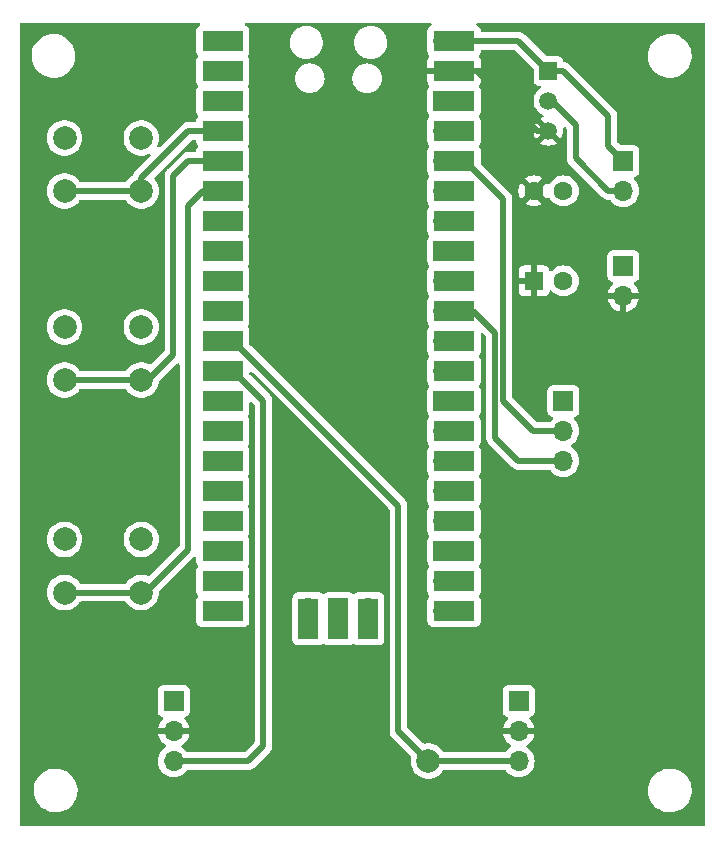
<source format=gbr>
%TF.GenerationSoftware,KiCad,Pcbnew,7.0.10*%
%TF.CreationDate,2024-01-07T12:32:19+09:00*%
%TF.ProjectId,main,6d61696e-2e6b-4696-9361-645f70636258,rev?*%
%TF.SameCoordinates,Original*%
%TF.FileFunction,Copper,L1,Top*%
%TF.FilePolarity,Positive*%
%FSLAX46Y46*%
G04 Gerber Fmt 4.6, Leading zero omitted, Abs format (unit mm)*
G04 Created by KiCad (PCBNEW 7.0.10) date 2024-01-07 12:32:19*
%MOMM*%
%LPD*%
G01*
G04 APERTURE LIST*
%TA.AperFunction,ComponentPad*%
%ADD10R,1.600000X1.600000*%
%TD*%
%TA.AperFunction,ComponentPad*%
%ADD11C,1.600000*%
%TD*%
%TA.AperFunction,ComponentPad*%
%ADD12C,2.000000*%
%TD*%
%TA.AperFunction,ComponentPad*%
%ADD13R,1.700000X1.700000*%
%TD*%
%TA.AperFunction,ComponentPad*%
%ADD14O,1.700000X1.700000*%
%TD*%
%TA.AperFunction,SMDPad,CuDef*%
%ADD15R,3.500000X1.700000*%
%TD*%
%TA.AperFunction,SMDPad,CuDef*%
%ADD16R,1.700000X3.500000*%
%TD*%
%TA.AperFunction,ComponentPad*%
%ADD17R,1.500000X1.500000*%
%TD*%
%TA.AperFunction,ComponentPad*%
%ADD18C,1.500000*%
%TD*%
%TA.AperFunction,Conductor*%
%ADD19C,0.500000*%
%TD*%
G04 APERTURE END LIST*
D10*
%TO.P,C1,1*%
%TO.N,VCC*%
X94490000Y-72860000D03*
D11*
%TO.P,C1,2*%
%TO.N,GND*%
X96990000Y-72860000D03*
%TD*%
D12*
%TO.P,SW3,1,1*%
%TO.N,GND*%
X54750000Y-94750000D03*
X61250000Y-94750000D03*
%TO.P,SW3,2,2*%
%TO.N,Net-(U1-GPIO4)*%
X54750000Y-99250000D03*
X61250000Y-99250000D03*
%TD*%
%TO.P,SW2,1,1*%
%TO.N,GND*%
X54750000Y-76750000D03*
X61250000Y-76750000D03*
%TO.P,SW2,2,2*%
%TO.N,Net-(U1-GPIO3)*%
X54750000Y-81250000D03*
X61250000Y-81250000D03*
%TD*%
%TO.P,SW1,1,1*%
%TO.N,GND*%
X54750000Y-60750000D03*
X61250000Y-60750000D03*
%TO.P,SW1,2,2*%
%TO.N,Net-(U1-GPIO2)*%
X54750000Y-65250000D03*
X61250000Y-65250000D03*
%TD*%
D11*
%TO.P,C2,1*%
%TO.N,VCC*%
X94490000Y-65240000D03*
%TO.P,C2,2*%
%TO.N,GND*%
X96990000Y-65240000D03*
%TD*%
D13*
%TO.P,J1,1,Pin_1*%
%TO.N,GND*%
X96990000Y-83020000D03*
D14*
%TO.P,J1,2,Pin_2*%
%TO.N,Net-(J1-Pin_2)*%
X96990000Y-85560000D03*
%TO.P,J1,3,Pin_3*%
%TO.N,Net-(J1-Pin_3)*%
X96990000Y-88100000D03*
%TD*%
D13*
%TO.P,J4,1,Pin_1*%
%TO.N,Net-(J4-Pin_1)*%
X102070000Y-62700000D03*
D14*
%TO.P,J4,2,Pin_2*%
%TO.N,Net-(J4-Pin_2)*%
X102070000Y-65240000D03*
%TD*%
D13*
%TO.P,J2,1,Pin_1*%
%TO.N,GND*%
X93205000Y-108435000D03*
D14*
%TO.P,J2,2,Pin_2*%
%TO.N,VCC*%
X93205000Y-110975000D03*
%TO.P,J2,3,Pin_3*%
%TO.N,Net-(J2-Pin_3)*%
X93205000Y-113515000D03*
%TD*%
D13*
%TO.P,J5,1,Pin_1*%
%TO.N,GND*%
X102070000Y-71590000D03*
D14*
%TO.P,J5,2,Pin_2*%
%TO.N,VCC*%
X102070000Y-74130000D03*
%TD*%
D13*
%TO.P,J3,1,Pin_1*%
%TO.N,GND*%
X63995000Y-108435000D03*
D14*
%TO.P,J3,2,Pin_2*%
%TO.N,VCC*%
X63995000Y-110975000D03*
%TO.P,J3,3,Pin_3*%
%TO.N,Net-(J3-Pin_3)*%
X63995000Y-113515000D03*
%TD*%
%TO.P,U1,1,GPIO0*%
%TO.N,unconnected-(U1-GPIO0-Pad1)*%
X69050000Y-52540000D03*
D15*
X68150000Y-52540000D03*
D14*
%TO.P,U1,2,GPIO1*%
%TO.N,unconnected-(U1-GPIO1-Pad2)*%
X69050000Y-55080000D03*
D15*
X68150000Y-55080000D03*
D13*
%TO.P,U1,3,GND*%
%TO.N,GND*%
X69050000Y-57620000D03*
D15*
X68150000Y-57620000D03*
D14*
%TO.P,U1,4,GPIO2*%
%TO.N,Net-(U1-GPIO2)*%
X69050000Y-60160000D03*
D15*
X68150000Y-60160000D03*
D14*
%TO.P,U1,5,GPIO3*%
%TO.N,Net-(U1-GPIO3)*%
X69050000Y-62700000D03*
D15*
X68150000Y-62700000D03*
D14*
%TO.P,U1,6,GPIO4*%
%TO.N,Net-(U1-GPIO4)*%
X69050000Y-65240000D03*
D15*
X68150000Y-65240000D03*
D14*
%TO.P,U1,7,GPIO5*%
%TO.N,unconnected-(U1-GPIO5-Pad7)*%
X69050000Y-67780000D03*
D15*
X68150000Y-67780000D03*
D13*
%TO.P,U1,8,GND*%
%TO.N,unconnected-(U1-GND-Pad8)*%
X69050000Y-70320000D03*
D15*
X68150000Y-70320000D03*
D14*
%TO.P,U1,9,GPIO6*%
%TO.N,unconnected-(U1-GPIO6-Pad9)*%
X69050000Y-72860000D03*
D15*
X68150000Y-72860000D03*
D14*
%TO.P,U1,10,GPIO7*%
%TO.N,unconnected-(U1-GPIO7-Pad10)*%
X69050000Y-75400000D03*
D15*
X68150000Y-75400000D03*
D14*
%TO.P,U1,11,GPIO8*%
%TO.N,Net-(J2-Pin_3)*%
X69050000Y-77940000D03*
D15*
X68150000Y-77940000D03*
D14*
%TO.P,U1,12,GPIO9*%
%TO.N,Net-(J3-Pin_3)*%
X69050000Y-80480000D03*
D15*
X68150000Y-80480000D03*
D13*
%TO.P,U1,13,GND*%
%TO.N,unconnected-(U1-GND-Pad13)*%
X69050000Y-83020000D03*
D15*
X68150000Y-83020000D03*
D14*
%TO.P,U1,14,GPIO10*%
%TO.N,unconnected-(U1-GPIO10-Pad14)*%
X69050000Y-85560000D03*
D15*
X68150000Y-85560000D03*
D14*
%TO.P,U1,15,GPIO11*%
%TO.N,unconnected-(U1-GPIO11-Pad15)*%
X69050000Y-88100000D03*
D15*
X68150000Y-88100000D03*
D14*
%TO.P,U1,16,GPIO12*%
%TO.N,unconnected-(U1-GPIO12-Pad16)*%
X69050000Y-90640000D03*
D15*
X68150000Y-90640000D03*
D14*
%TO.P,U1,17,GPIO13*%
%TO.N,unconnected-(U1-GPIO13-Pad17)*%
X69050000Y-93180000D03*
D15*
X68150000Y-93180000D03*
D13*
%TO.P,U1,18,GND*%
%TO.N,unconnected-(U1-GND-Pad18)*%
X69050000Y-95720000D03*
D15*
X68150000Y-95720000D03*
D14*
%TO.P,U1,19,GPIO14*%
%TO.N,unconnected-(U1-GPIO14-Pad19)*%
X69050000Y-98260000D03*
D15*
X68150000Y-98260000D03*
D14*
%TO.P,U1,20,GPIO15*%
%TO.N,unconnected-(U1-GPIO15-Pad20)*%
X69050000Y-100800000D03*
D15*
X68150000Y-100800000D03*
D14*
%TO.P,U1,21,GPIO16*%
%TO.N,unconnected-(U1-GPIO16-Pad21)*%
X86830000Y-100800000D03*
D15*
X87730000Y-100800000D03*
D14*
%TO.P,U1,22,GPIO17*%
%TO.N,unconnected-(U1-GPIO17-Pad22)*%
X86830000Y-98260000D03*
D15*
X87730000Y-98260000D03*
D13*
%TO.P,U1,23,GND*%
%TO.N,unconnected-(U1-GND-Pad23)*%
X86830000Y-95720000D03*
D15*
X87730000Y-95720000D03*
D14*
%TO.P,U1,24,GPIO18*%
%TO.N,unconnected-(U1-GPIO18-Pad24)*%
X86830000Y-93180000D03*
D15*
X87730000Y-93180000D03*
D14*
%TO.P,U1,25,GPIO19*%
%TO.N,unconnected-(U1-GPIO19-Pad25)*%
X86830000Y-90640000D03*
D15*
X87730000Y-90640000D03*
D14*
%TO.P,U1,26,GPIO20*%
%TO.N,unconnected-(U1-GPIO20-Pad26)*%
X86830000Y-88100000D03*
D15*
X87730000Y-88100000D03*
D14*
%TO.P,U1,27,GPIO21*%
%TO.N,unconnected-(U1-GPIO21-Pad27)*%
X86830000Y-85560000D03*
D15*
X87730000Y-85560000D03*
D13*
%TO.P,U1,28,GND*%
%TO.N,unconnected-(U1-GND-Pad28)*%
X86830000Y-83020000D03*
D15*
X87730000Y-83020000D03*
D14*
%TO.P,U1,29,GPIO22*%
%TO.N,unconnected-(U1-GPIO22-Pad29)*%
X86830000Y-80480000D03*
D15*
X87730000Y-80480000D03*
D14*
%TO.P,U1,30,RUN*%
%TO.N,unconnected-(U1-RUN-Pad30)*%
X86830000Y-77940000D03*
D15*
X87730000Y-77940000D03*
D14*
%TO.P,U1,31,GPIO26_ADC0*%
%TO.N,Net-(J1-Pin_3)*%
X86830000Y-75400000D03*
D15*
X87730000Y-75400000D03*
D14*
%TO.P,U1,32,GPIO27_ADC1*%
%TO.N,unconnected-(U1-GPIO27_ADC1-Pad32)*%
X86830000Y-72860000D03*
D15*
X87730000Y-72860000D03*
D13*
%TO.P,U1,33,AGND*%
%TO.N,GND*%
X86830000Y-70320000D03*
D15*
X87730000Y-70320000D03*
D14*
%TO.P,U1,34,GPIO28_ADC2*%
%TO.N,unconnected-(U1-GPIO28_ADC2-Pad34)*%
X86830000Y-67780000D03*
D15*
X87730000Y-67780000D03*
D14*
%TO.P,U1,35,ADC_VREF*%
%TO.N,unconnected-(U1-ADC_VREF-Pad35)*%
X86830000Y-65240000D03*
D15*
X87730000Y-65240000D03*
D14*
%TO.P,U1,36,3V3*%
%TO.N,Net-(J1-Pin_2)*%
X86830000Y-62700000D03*
D15*
X87730000Y-62700000D03*
D14*
%TO.P,U1,37,3V3_EN*%
%TO.N,unconnected-(U1-3V3_EN-Pad37)*%
X86830000Y-60160000D03*
D15*
X87730000Y-60160000D03*
D13*
%TO.P,U1,38,GND*%
%TO.N,GND*%
X86830000Y-57620000D03*
D15*
X87730000Y-57620000D03*
D14*
%TO.P,U1,39,VSYS*%
%TO.N,VCC*%
X86830000Y-55080000D03*
D15*
X87730000Y-55080000D03*
D14*
%TO.P,U1,40,VBUS*%
%TO.N,Net-(J4-Pin_1)*%
X86830000Y-52540000D03*
D15*
X87730000Y-52540000D03*
D14*
%TO.P,U1,41,SWCLK*%
%TO.N,unconnected-(U1-SWCLK-Pad41)*%
X75400000Y-100570000D03*
D16*
X75400000Y-101470000D03*
D13*
%TO.P,U1,42,GND*%
%TO.N,unconnected-(U1-GND-Pad42)*%
X77940000Y-100570000D03*
D16*
X77940000Y-101470000D03*
D14*
%TO.P,U1,43,SWDIO*%
%TO.N,unconnected-(U1-SWDIO-Pad43)*%
X80480000Y-100570000D03*
D16*
X80480000Y-101470000D03*
%TD*%
D17*
%TO.P,Q1,1,G*%
%TO.N,Net-(J4-Pin_1)*%
X95720000Y-55080000D03*
D18*
%TO.P,Q1,2,D*%
%TO.N,Net-(J4-Pin_2)*%
X95720000Y-57620000D03*
%TO.P,Q1,3,S*%
%TO.N,VCC*%
X95720000Y-60160000D03*
%TD*%
D12*
%TO.P,TP1,1,1*%
%TO.N,Net-(J2-Pin_3)*%
X85560000Y-113500000D03*
%TD*%
D19*
%TO.N,VCC*%
X94730051Y-60160000D02*
X95720000Y-60160000D01*
X86830000Y-55080000D02*
X89650051Y-55080000D01*
X89650051Y-55080000D02*
X94730051Y-60160000D01*
%TO.N,Net-(J1-Pin_2)*%
X91910000Y-65920000D02*
X88690000Y-62700000D01*
X94450000Y-85560000D02*
X91910000Y-83020000D01*
X91910000Y-83020000D02*
X91910000Y-65920000D01*
X88690000Y-62700000D02*
X86830000Y-62700000D01*
X96990000Y-85560000D02*
X94450000Y-85560000D01*
%TO.N,Net-(J1-Pin_3)*%
X89370000Y-75400000D02*
X86830000Y-75400000D01*
X91210000Y-77240000D02*
X89370000Y-75400000D01*
X96990000Y-88100000D02*
X93180000Y-88100000D01*
X93180000Y-88100000D02*
X91210000Y-86130000D01*
X91210000Y-86130000D02*
X91210000Y-77240000D01*
%TO.N,Net-(J2-Pin_3)*%
X69050000Y-77940000D02*
X83020000Y-91910000D01*
X93190000Y-113500000D02*
X93205000Y-113515000D01*
X85560000Y-113500000D02*
X93190000Y-113500000D01*
X83020000Y-110960000D02*
X85560000Y-113500000D01*
X83020000Y-91910000D02*
X83020000Y-110960000D01*
%TO.N,Net-(J3-Pin_3)*%
X71590000Y-83020000D02*
X69050000Y-80480000D01*
X70305000Y-113515000D02*
X71590000Y-112230000D01*
X71590000Y-112230000D02*
X71590000Y-83020000D01*
X63995000Y-113515000D02*
X70305000Y-113515000D01*
%TO.N,Net-(U1-GPIO2)*%
X61250000Y-64150000D02*
X65240000Y-60160000D01*
X61250000Y-65250000D02*
X54750000Y-65250000D01*
X61250000Y-65250000D02*
X61250000Y-64150000D01*
X65240000Y-60160000D02*
X69050000Y-60160000D01*
%TO.N,Net-(U1-GPIO3)*%
X63970000Y-63970000D02*
X65240000Y-62700000D01*
X65240000Y-62700000D02*
X69050000Y-62700000D01*
X61250000Y-81250000D02*
X54750000Y-81250000D01*
X63970000Y-79110000D02*
X63970000Y-63970000D01*
X61620000Y-81460000D02*
X63970000Y-79110000D01*
%TO.N,Net-(U1-GPIO4)*%
X61620000Y-99240000D02*
X65240000Y-95620000D01*
X61250000Y-99250000D02*
X54750000Y-99250000D01*
X66510000Y-65240000D02*
X69050000Y-65240000D01*
X65240000Y-66510000D02*
X66510000Y-65240000D01*
X65240000Y-95620000D02*
X65240000Y-66510000D01*
%TO.N,Net-(J4-Pin_1)*%
X102070000Y-62700000D02*
X100800000Y-61430000D01*
X96970000Y-55080000D02*
X95720000Y-55080000D01*
X100800000Y-58910000D02*
X96970000Y-55080000D01*
X100800000Y-61430000D02*
X100800000Y-58910000D01*
X86830000Y-52540000D02*
X93180000Y-52540000D01*
X93180000Y-52540000D02*
X95720000Y-55080000D01*
%TO.N,Net-(J4-Pin_2)*%
X96000000Y-57620000D02*
X98020000Y-59640000D01*
X98020000Y-59640000D02*
X98020000Y-62460000D01*
X95720000Y-57620000D02*
X96000000Y-57620000D01*
X98020000Y-62460000D02*
X100800000Y-65240000D01*
X100800000Y-65240000D02*
X102070000Y-65240000D01*
%TD*%
%TA.AperFunction,Conductor*%
%TO.N,VCC*%
G36*
X66197520Y-51019685D02*
G01*
X66243275Y-51072489D01*
X66253219Y-51141647D01*
X66224194Y-51205203D01*
X66173814Y-51240182D01*
X66157671Y-51246202D01*
X66157664Y-51246206D01*
X66042455Y-51332452D01*
X66042452Y-51332455D01*
X65956206Y-51447664D01*
X65956202Y-51447671D01*
X65905908Y-51582517D01*
X65899877Y-51638621D01*
X65899501Y-51642123D01*
X65899500Y-51642135D01*
X65899500Y-53437870D01*
X65899501Y-53437876D01*
X65905908Y-53497483D01*
X65956202Y-53632328D01*
X65956203Y-53632330D01*
X66033578Y-53735689D01*
X66057995Y-53801153D01*
X66043144Y-53869426D01*
X66033578Y-53884309D01*
X66023168Y-53898216D01*
X65956203Y-53987669D01*
X65956202Y-53987671D01*
X65905908Y-54122517D01*
X65899501Y-54182116D01*
X65899501Y-54182123D01*
X65899500Y-54182135D01*
X65899500Y-55977870D01*
X65899501Y-55977876D01*
X65905908Y-56037483D01*
X65956202Y-56172328D01*
X65956203Y-56172330D01*
X65956204Y-56172331D01*
X66032161Y-56273797D01*
X66033578Y-56275689D01*
X66057995Y-56341153D01*
X66043144Y-56409426D01*
X66033578Y-56424311D01*
X65956203Y-56527669D01*
X65956202Y-56527671D01*
X65905908Y-56662517D01*
X65900184Y-56715765D01*
X65899501Y-56722123D01*
X65899500Y-56722135D01*
X65899500Y-58517870D01*
X65899501Y-58517876D01*
X65905908Y-58577483D01*
X65956202Y-58712328D01*
X65956203Y-58712330D01*
X65989794Y-58757201D01*
X66026438Y-58806152D01*
X66033578Y-58815689D01*
X66057995Y-58881153D01*
X66043144Y-58949426D01*
X66033578Y-58964309D01*
X66023168Y-58978216D01*
X65956203Y-59067669D01*
X65956202Y-59067671D01*
X65905908Y-59202517D01*
X65899501Y-59262116D01*
X65899501Y-59262123D01*
X65899500Y-59262135D01*
X65899500Y-59285500D01*
X65879815Y-59352539D01*
X65827011Y-59398294D01*
X65775500Y-59409500D01*
X65303705Y-59409500D01*
X65285735Y-59408191D01*
X65261972Y-59404710D01*
X65215642Y-59408764D01*
X65212632Y-59409028D01*
X65201826Y-59409500D01*
X65196282Y-59409500D01*
X65165488Y-59413099D01*
X65161905Y-59413465D01*
X65087200Y-59420001D01*
X65080134Y-59421461D01*
X65080122Y-59421404D01*
X65072753Y-59423038D01*
X65072767Y-59423095D01*
X65065739Y-59424760D01*
X64995271Y-59450408D01*
X64991867Y-59451591D01*
X64920668Y-59475184D01*
X64914122Y-59478237D01*
X64914097Y-59478185D01*
X64907308Y-59481471D01*
X64907334Y-59481522D01*
X64900886Y-59484760D01*
X64838228Y-59525970D01*
X64835191Y-59527905D01*
X64771344Y-59567288D01*
X64765677Y-59571769D01*
X64765641Y-59571723D01*
X64759798Y-59576484D01*
X64759835Y-59576528D01*
X64754310Y-59581164D01*
X64702848Y-59635709D01*
X64700336Y-59638294D01*
X62807351Y-61531279D01*
X62746028Y-61564764D01*
X62676336Y-61559780D01*
X62620403Y-61517908D01*
X62595986Y-61452444D01*
X62606113Y-61393790D01*
X62674063Y-61238881D01*
X62735108Y-60997821D01*
X62739334Y-60946819D01*
X62755643Y-60750005D01*
X62755643Y-60749994D01*
X62735109Y-60502187D01*
X62735107Y-60502175D01*
X62674063Y-60261118D01*
X62574173Y-60033393D01*
X62438166Y-59825217D01*
X62351294Y-59730849D01*
X62269744Y-59642262D01*
X62073509Y-59489526D01*
X62073507Y-59489525D01*
X62073506Y-59489524D01*
X61854811Y-59371172D01*
X61854802Y-59371169D01*
X61619616Y-59290429D01*
X61374335Y-59249500D01*
X61125665Y-59249500D01*
X60880383Y-59290429D01*
X60645197Y-59371169D01*
X60645188Y-59371172D01*
X60426493Y-59489524D01*
X60230257Y-59642261D01*
X60061833Y-59825217D01*
X59925826Y-60033393D01*
X59825936Y-60261118D01*
X59764892Y-60502175D01*
X59764890Y-60502187D01*
X59744357Y-60749994D01*
X59744357Y-60750005D01*
X59764890Y-60997812D01*
X59764892Y-60997824D01*
X59825936Y-61238881D01*
X59925826Y-61466606D01*
X60061833Y-61674782D01*
X60061836Y-61674785D01*
X60230256Y-61857738D01*
X60426491Y-62010474D01*
X60426493Y-62010475D01*
X60638600Y-62125262D01*
X60645190Y-62128828D01*
X60880386Y-62209571D01*
X61125665Y-62250500D01*
X61374335Y-62250500D01*
X61619614Y-62209571D01*
X61854810Y-62128828D01*
X61880000Y-62115195D01*
X61948327Y-62100600D01*
X62013699Y-62125262D01*
X62055361Y-62181351D01*
X62060085Y-62251061D01*
X62026699Y-62311931D01*
X60764358Y-63574272D01*
X60750729Y-63586051D01*
X60731469Y-63600390D01*
X60699632Y-63638331D01*
X60692346Y-63646284D01*
X60688407Y-63650224D01*
X60669176Y-63674545D01*
X60666902Y-63677337D01*
X60618694Y-63734790D01*
X60614729Y-63740819D01*
X60614682Y-63740788D01*
X60610630Y-63747147D01*
X60610679Y-63747177D01*
X60606889Y-63753321D01*
X60575192Y-63821294D01*
X60573623Y-63824536D01*
X60539960Y-63891567D01*
X60539959Y-63891568D01*
X60539957Y-63891574D01*
X60539490Y-63892857D01*
X60538932Y-63893613D01*
X60536721Y-63898018D01*
X60535967Y-63897639D01*
X60498058Y-63949117D01*
X60481991Y-63959490D01*
X60426496Y-63989522D01*
X60426494Y-63989523D01*
X60232715Y-64140348D01*
X60230256Y-64142262D01*
X60225279Y-64147669D01*
X60061836Y-64325215D01*
X59984673Y-64443322D01*
X59931526Y-64488678D01*
X59880864Y-64499500D01*
X56119136Y-64499500D01*
X56052097Y-64479815D01*
X56015327Y-64443322D01*
X55987584Y-64400858D01*
X55938164Y-64325215D01*
X55769744Y-64142262D01*
X55573509Y-63989526D01*
X55573507Y-63989525D01*
X55573506Y-63989524D01*
X55354811Y-63871172D01*
X55354802Y-63871169D01*
X55119616Y-63790429D01*
X54874335Y-63749500D01*
X54625665Y-63749500D01*
X54380383Y-63790429D01*
X54145197Y-63871169D01*
X54145188Y-63871172D01*
X53926493Y-63989524D01*
X53730257Y-64142261D01*
X53561833Y-64325217D01*
X53425826Y-64533393D01*
X53325936Y-64761118D01*
X53264892Y-65002175D01*
X53264890Y-65002187D01*
X53244357Y-65249994D01*
X53244357Y-65250005D01*
X53264890Y-65497812D01*
X53264892Y-65497824D01*
X53325936Y-65738881D01*
X53425826Y-65966606D01*
X53561833Y-66174782D01*
X53561835Y-66174784D01*
X53561836Y-66174785D01*
X53730256Y-66357738D01*
X53926491Y-66510474D01*
X54145190Y-66628828D01*
X54380386Y-66709571D01*
X54625665Y-66750500D01*
X54874335Y-66750500D01*
X55119614Y-66709571D01*
X55354810Y-66628828D01*
X55573509Y-66510474D01*
X55769744Y-66357738D01*
X55938164Y-66174785D01*
X56015327Y-66056677D01*
X56068474Y-66011322D01*
X56119136Y-66000500D01*
X59880864Y-66000500D01*
X59947903Y-66020185D01*
X59984672Y-66056677D01*
X60061836Y-66174785D01*
X60230256Y-66357738D01*
X60426491Y-66510474D01*
X60645190Y-66628828D01*
X60880386Y-66709571D01*
X61125665Y-66750500D01*
X61374335Y-66750500D01*
X61619614Y-66709571D01*
X61854810Y-66628828D01*
X62073509Y-66510474D01*
X62269744Y-66357738D01*
X62438164Y-66174785D01*
X62574173Y-65966607D01*
X62674063Y-65738881D01*
X62735108Y-65497821D01*
X62737687Y-65466697D01*
X62755643Y-65250005D01*
X62755643Y-65249994D01*
X62735109Y-65002187D01*
X62735107Y-65002175D01*
X62674063Y-64761118D01*
X62574173Y-64533393D01*
X62487584Y-64400858D01*
X62438164Y-64325215D01*
X62397339Y-64280867D01*
X62373984Y-64255496D01*
X62343062Y-64192841D01*
X62350923Y-64123415D01*
X62377530Y-64083836D01*
X65514548Y-60946819D01*
X65575871Y-60913334D01*
X65602229Y-60910500D01*
X65775501Y-60910500D01*
X65842540Y-60930185D01*
X65888295Y-60982989D01*
X65899501Y-61034500D01*
X65899501Y-61057876D01*
X65905908Y-61117483D01*
X65956202Y-61252328D01*
X65956203Y-61252330D01*
X66033578Y-61355689D01*
X66057995Y-61421153D01*
X66043144Y-61489426D01*
X66033578Y-61504311D01*
X65956203Y-61607669D01*
X65956202Y-61607671D01*
X65905908Y-61742517D01*
X65899501Y-61802116D01*
X65899501Y-61802123D01*
X65899500Y-61802135D01*
X65899500Y-61825500D01*
X65879815Y-61892539D01*
X65827011Y-61938294D01*
X65775500Y-61949500D01*
X65303705Y-61949500D01*
X65285735Y-61948191D01*
X65261972Y-61944710D01*
X65215642Y-61948764D01*
X65212632Y-61949028D01*
X65201826Y-61949500D01*
X65196282Y-61949500D01*
X65165488Y-61953099D01*
X65161905Y-61953465D01*
X65087200Y-61960001D01*
X65080134Y-61961461D01*
X65080122Y-61961404D01*
X65072753Y-61963038D01*
X65072767Y-61963095D01*
X65065743Y-61964759D01*
X64995245Y-61990417D01*
X64991845Y-61991598D01*
X64920665Y-62015186D01*
X64920663Y-62015186D01*
X64920660Y-62015188D01*
X64914123Y-62018236D01*
X64914098Y-62018184D01*
X64907310Y-62021470D01*
X64907336Y-62021521D01*
X64900884Y-62024761D01*
X64838236Y-62065965D01*
X64835196Y-62067902D01*
X64771347Y-62107285D01*
X64765682Y-62111765D01*
X64765646Y-62111719D01*
X64759798Y-62116484D01*
X64759835Y-62116528D01*
X64754310Y-62121164D01*
X64754304Y-62121169D01*
X64754304Y-62121170D01*
X64747082Y-62128825D01*
X64702848Y-62175709D01*
X64700336Y-62178294D01*
X63484358Y-63394272D01*
X63470729Y-63406051D01*
X63451469Y-63420390D01*
X63419632Y-63458331D01*
X63412346Y-63466284D01*
X63408407Y-63470224D01*
X63389176Y-63494545D01*
X63386902Y-63497337D01*
X63338694Y-63554790D01*
X63334729Y-63560819D01*
X63334682Y-63560788D01*
X63330630Y-63567147D01*
X63330679Y-63567177D01*
X63326889Y-63573321D01*
X63295192Y-63641294D01*
X63293623Y-63644536D01*
X63259957Y-63711572D01*
X63257488Y-63718357D01*
X63257432Y-63718336D01*
X63254960Y-63725450D01*
X63255015Y-63725469D01*
X63252743Y-63732325D01*
X63237573Y-63805788D01*
X63236793Y-63809304D01*
X63219499Y-63882279D01*
X63218661Y-63889454D01*
X63218601Y-63889447D01*
X63217835Y-63896945D01*
X63217895Y-63896951D01*
X63217265Y-63904140D01*
X63219448Y-63979128D01*
X63219500Y-63982735D01*
X63219500Y-78747770D01*
X63199815Y-78814809D01*
X63183181Y-78835451D01*
X62110078Y-79908553D01*
X62048755Y-79942038D01*
X61979063Y-79937054D01*
X61963385Y-79929929D01*
X61865430Y-79876919D01*
X61854811Y-79871172D01*
X61854802Y-79871169D01*
X61619616Y-79790429D01*
X61374335Y-79749500D01*
X61125665Y-79749500D01*
X60880383Y-79790429D01*
X60645197Y-79871169D01*
X60645188Y-79871172D01*
X60426493Y-79989524D01*
X60230257Y-80142261D01*
X60061836Y-80325215D01*
X59984673Y-80443322D01*
X59931526Y-80488678D01*
X59880864Y-80499500D01*
X56119136Y-80499500D01*
X56052097Y-80479815D01*
X56015327Y-80443322D01*
X56004286Y-80426423D01*
X55938164Y-80325215D01*
X55769744Y-80142262D01*
X55573509Y-79989526D01*
X55573507Y-79989525D01*
X55573506Y-79989524D01*
X55354811Y-79871172D01*
X55354802Y-79871169D01*
X55119616Y-79790429D01*
X54874335Y-79749500D01*
X54625665Y-79749500D01*
X54380383Y-79790429D01*
X54145197Y-79871169D01*
X54145188Y-79871172D01*
X53926493Y-79989524D01*
X53730257Y-80142261D01*
X53561833Y-80325217D01*
X53425826Y-80533393D01*
X53325936Y-80761118D01*
X53264892Y-81002175D01*
X53264890Y-81002187D01*
X53244357Y-81249994D01*
X53244357Y-81250005D01*
X53264890Y-81497812D01*
X53264892Y-81497824D01*
X53325936Y-81738881D01*
X53425826Y-81966606D01*
X53561833Y-82174782D01*
X53561835Y-82174784D01*
X53561836Y-82174785D01*
X53730256Y-82357738D01*
X53926491Y-82510474D01*
X53926493Y-82510475D01*
X54125582Y-82618217D01*
X54145190Y-82628828D01*
X54380386Y-82709571D01*
X54625665Y-82750500D01*
X54874335Y-82750500D01*
X55119614Y-82709571D01*
X55354810Y-82628828D01*
X55573509Y-82510474D01*
X55769744Y-82357738D01*
X55938164Y-82174785D01*
X56015327Y-82056677D01*
X56068474Y-82011322D01*
X56119136Y-82000500D01*
X59880864Y-82000500D01*
X59947903Y-82020185D01*
X59984672Y-82056677D01*
X60061836Y-82174785D01*
X60230256Y-82357738D01*
X60426491Y-82510474D01*
X60426493Y-82510475D01*
X60625582Y-82618217D01*
X60645190Y-82628828D01*
X60880386Y-82709571D01*
X61125665Y-82750500D01*
X61374335Y-82750500D01*
X61619614Y-82709571D01*
X61854810Y-82628828D01*
X62073509Y-82510474D01*
X62269744Y-82357738D01*
X62438164Y-82174785D01*
X62574173Y-81966607D01*
X62674063Y-81738881D01*
X62735108Y-81497821D01*
X62739626Y-81443283D01*
X62764779Y-81378101D01*
X62775514Y-81365852D01*
X64277819Y-79863548D01*
X64339142Y-79830063D01*
X64408834Y-79835047D01*
X64464767Y-79876919D01*
X64489184Y-79942383D01*
X64489500Y-79951229D01*
X64489500Y-95257769D01*
X64469815Y-95324808D01*
X64453181Y-95345450D01*
X61963625Y-97835005D01*
X61902302Y-97868490D01*
X61835681Y-97864605D01*
X61619616Y-97790429D01*
X61374335Y-97749500D01*
X61125665Y-97749500D01*
X60880383Y-97790429D01*
X60645197Y-97871169D01*
X60645188Y-97871172D01*
X60426493Y-97989524D01*
X60230257Y-98142261D01*
X60061836Y-98325215D01*
X59984673Y-98443322D01*
X59931526Y-98488678D01*
X59880864Y-98499500D01*
X56119136Y-98499500D01*
X56052097Y-98479815D01*
X56015327Y-98443322D01*
X55938164Y-98325215D01*
X55769744Y-98142262D01*
X55573509Y-97989526D01*
X55573507Y-97989525D01*
X55573506Y-97989524D01*
X55354811Y-97871172D01*
X55354802Y-97871169D01*
X55119616Y-97790429D01*
X54874335Y-97749500D01*
X54625665Y-97749500D01*
X54380383Y-97790429D01*
X54145197Y-97871169D01*
X54145188Y-97871172D01*
X53926493Y-97989524D01*
X53730257Y-98142261D01*
X53561833Y-98325217D01*
X53425826Y-98533393D01*
X53325936Y-98761118D01*
X53264892Y-99002175D01*
X53264890Y-99002187D01*
X53244357Y-99249994D01*
X53244357Y-99250005D01*
X53264890Y-99497812D01*
X53264892Y-99497824D01*
X53325936Y-99738881D01*
X53425826Y-99966606D01*
X53561833Y-100174782D01*
X53561835Y-100174784D01*
X53561836Y-100174785D01*
X53730256Y-100357738D01*
X53926491Y-100510474D01*
X54145190Y-100628828D01*
X54380386Y-100709571D01*
X54625665Y-100750500D01*
X54874335Y-100750500D01*
X55119614Y-100709571D01*
X55354810Y-100628828D01*
X55573509Y-100510474D01*
X55769744Y-100357738D01*
X55938164Y-100174785D01*
X56015327Y-100056677D01*
X56068474Y-100011322D01*
X56119136Y-100000500D01*
X59880864Y-100000500D01*
X59947903Y-100020185D01*
X59984672Y-100056677D01*
X60061836Y-100174785D01*
X60230256Y-100357738D01*
X60426491Y-100510474D01*
X60645190Y-100628828D01*
X60880386Y-100709571D01*
X61125665Y-100750500D01*
X61374335Y-100750500D01*
X61619614Y-100709571D01*
X61854810Y-100628828D01*
X62073509Y-100510474D01*
X62269744Y-100357738D01*
X62438164Y-100174785D01*
X62574173Y-99966607D01*
X62674063Y-99738881D01*
X62735108Y-99497821D01*
X62736778Y-99477669D01*
X62755643Y-99250005D01*
X62755643Y-99250000D01*
X62755643Y-99249994D01*
X62753940Y-99229453D01*
X62768019Y-99161019D01*
X62789832Y-99131534D01*
X65687821Y-96233545D01*
X65749142Y-96200062D01*
X65818834Y-96205046D01*
X65874767Y-96246918D01*
X65899184Y-96312382D01*
X65899500Y-96321228D01*
X65899500Y-96617869D01*
X65899501Y-96617876D01*
X65905908Y-96677483D01*
X65956202Y-96812328D01*
X65956203Y-96812330D01*
X66033578Y-96915689D01*
X66057995Y-96981153D01*
X66043144Y-97049426D01*
X66033578Y-97064311D01*
X65956203Y-97167669D01*
X65956202Y-97167671D01*
X65905908Y-97302517D01*
X65899501Y-97362116D01*
X65899501Y-97362123D01*
X65899500Y-97362135D01*
X65899500Y-99157870D01*
X65899501Y-99157876D01*
X65905908Y-99217483D01*
X65956202Y-99352328D01*
X65956203Y-99352330D01*
X66033578Y-99455689D01*
X66057995Y-99521153D01*
X66043144Y-99589426D01*
X66033578Y-99604311D01*
X65956203Y-99707669D01*
X65956202Y-99707671D01*
X65905908Y-99842517D01*
X65899501Y-99902116D01*
X65899501Y-99902123D01*
X65899500Y-99902135D01*
X65899500Y-101697870D01*
X65899501Y-101697876D01*
X65905908Y-101757483D01*
X65956202Y-101892328D01*
X65956206Y-101892335D01*
X66042452Y-102007544D01*
X66042455Y-102007547D01*
X66157664Y-102093793D01*
X66157671Y-102093797D01*
X66292517Y-102144091D01*
X66292516Y-102144091D01*
X66299444Y-102144835D01*
X66352127Y-102150500D01*
X68985611Y-102150499D01*
X68996419Y-102150971D01*
X69049999Y-102155659D01*
X69050000Y-102155659D01*
X69050001Y-102155659D01*
X69103580Y-102150971D01*
X69114388Y-102150499D01*
X69947871Y-102150499D01*
X69947872Y-102150499D01*
X70007483Y-102144091D01*
X70142331Y-102093796D01*
X70257546Y-102007546D01*
X70343796Y-101892331D01*
X70394091Y-101757483D01*
X70400500Y-101697873D01*
X70400499Y-100864383D01*
X70400971Y-100853576D01*
X70405659Y-100800000D01*
X70405659Y-100799999D01*
X70400971Y-100746421D01*
X70400499Y-100735613D01*
X70400499Y-99902129D01*
X70400498Y-99902123D01*
X70400497Y-99902116D01*
X70394091Y-99842517D01*
X70355437Y-99738881D01*
X70343797Y-99707671D01*
X70343795Y-99707668D01*
X70317195Y-99672135D01*
X70266421Y-99604309D01*
X70242004Y-99538848D01*
X70256855Y-99470575D01*
X70266416Y-99455696D01*
X70343796Y-99352331D01*
X70394091Y-99217483D01*
X70400500Y-99157873D01*
X70400499Y-98324383D01*
X70400971Y-98313576D01*
X70405659Y-98260000D01*
X70405659Y-98259999D01*
X70400971Y-98206421D01*
X70400499Y-98195613D01*
X70400499Y-97362129D01*
X70400498Y-97362123D01*
X70400497Y-97362116D01*
X70394091Y-97302517D01*
X70343796Y-97167669D01*
X70266421Y-97064309D01*
X70242004Y-96998848D01*
X70256855Y-96930575D01*
X70266416Y-96915696D01*
X70343796Y-96812331D01*
X70394091Y-96677483D01*
X70400500Y-96617873D01*
X70400499Y-94822128D01*
X70394091Y-94762517D01*
X70389424Y-94750005D01*
X70343797Y-94627671D01*
X70343795Y-94627668D01*
X70266421Y-94524309D01*
X70242004Y-94458848D01*
X70256855Y-94390575D01*
X70266416Y-94375696D01*
X70343796Y-94272331D01*
X70394091Y-94137483D01*
X70400500Y-94077873D01*
X70400499Y-93244383D01*
X70400971Y-93233576D01*
X70405659Y-93180000D01*
X70405659Y-93179999D01*
X70400971Y-93126421D01*
X70400499Y-93115613D01*
X70400499Y-92282129D01*
X70400498Y-92282123D01*
X70400497Y-92282116D01*
X70394091Y-92222517D01*
X70379929Y-92184548D01*
X70343797Y-92087671D01*
X70343795Y-92087668D01*
X70266421Y-91984309D01*
X70242004Y-91918848D01*
X70256855Y-91850575D01*
X70266416Y-91835696D01*
X70343796Y-91732331D01*
X70394091Y-91597483D01*
X70400500Y-91537873D01*
X70400499Y-90704383D01*
X70400971Y-90693576D01*
X70405659Y-90640000D01*
X70405659Y-90639999D01*
X70400971Y-90586421D01*
X70400499Y-90575613D01*
X70400499Y-89742129D01*
X70400498Y-89742123D01*
X70400497Y-89742116D01*
X70394091Y-89682517D01*
X70343796Y-89547669D01*
X70266421Y-89444309D01*
X70242004Y-89378848D01*
X70256855Y-89310575D01*
X70266416Y-89295696D01*
X70343796Y-89192331D01*
X70394091Y-89057483D01*
X70400500Y-88997873D01*
X70400499Y-88164383D01*
X70400971Y-88153576D01*
X70405659Y-88100000D01*
X70405659Y-88099999D01*
X70400971Y-88046421D01*
X70400499Y-88035613D01*
X70400499Y-87202129D01*
X70400498Y-87202123D01*
X70400497Y-87202116D01*
X70394091Y-87142517D01*
X70343796Y-87007669D01*
X70266421Y-86904309D01*
X70242004Y-86838848D01*
X70256855Y-86770575D01*
X70266416Y-86755696D01*
X70343796Y-86652331D01*
X70394091Y-86517483D01*
X70400500Y-86457873D01*
X70400499Y-85624383D01*
X70400971Y-85613576D01*
X70405659Y-85560000D01*
X70405659Y-85559999D01*
X70400971Y-85506421D01*
X70400499Y-85495613D01*
X70400499Y-84662129D01*
X70400498Y-84662123D01*
X70400497Y-84662116D01*
X70394091Y-84602517D01*
X70380722Y-84566674D01*
X70343797Y-84467671D01*
X70343795Y-84467668D01*
X70316517Y-84431229D01*
X70266421Y-84364309D01*
X70242004Y-84298848D01*
X70256855Y-84230575D01*
X70266416Y-84215696D01*
X70343796Y-84112331D01*
X70394091Y-83977483D01*
X70400500Y-83917873D01*
X70400499Y-83191227D01*
X70420183Y-83124189D01*
X70472987Y-83078434D01*
X70542146Y-83068490D01*
X70605702Y-83097515D01*
X70612180Y-83103547D01*
X70803181Y-83294548D01*
X70836666Y-83355871D01*
X70839500Y-83382229D01*
X70839500Y-111867770D01*
X70819815Y-111934809D01*
X70803181Y-111955451D01*
X70030451Y-112728181D01*
X69969128Y-112761666D01*
X69942770Y-112764500D01*
X65182701Y-112764500D01*
X65115662Y-112744815D01*
X65081126Y-112711623D01*
X65033494Y-112643597D01*
X64866402Y-112476506D01*
X64866401Y-112476505D01*
X64680405Y-112346269D01*
X64636781Y-112291692D01*
X64629588Y-112222193D01*
X64661110Y-112159839D01*
X64680405Y-112143119D01*
X64866082Y-112013105D01*
X65033105Y-111846082D01*
X65168600Y-111652578D01*
X65268429Y-111438492D01*
X65268432Y-111438486D01*
X65325636Y-111225000D01*
X64428686Y-111225000D01*
X64454493Y-111184844D01*
X64495000Y-111046889D01*
X64495000Y-110903111D01*
X64454493Y-110765156D01*
X64428686Y-110725000D01*
X65325636Y-110725000D01*
X65325635Y-110724999D01*
X65268432Y-110511513D01*
X65268429Y-110511507D01*
X65168600Y-110297422D01*
X65168599Y-110297420D01*
X65033113Y-110103926D01*
X65033108Y-110103920D01*
X64911053Y-109981865D01*
X64877568Y-109920542D01*
X64882552Y-109850850D01*
X64924424Y-109794917D01*
X64955400Y-109778002D01*
X65087331Y-109728796D01*
X65202546Y-109642546D01*
X65288796Y-109527331D01*
X65339091Y-109392483D01*
X65345500Y-109332873D01*
X65345499Y-107537128D01*
X65339091Y-107477517D01*
X65288796Y-107342669D01*
X65288795Y-107342668D01*
X65288793Y-107342664D01*
X65202547Y-107227455D01*
X65202544Y-107227452D01*
X65087335Y-107141206D01*
X65087328Y-107141202D01*
X64952482Y-107090908D01*
X64952483Y-107090908D01*
X64892883Y-107084501D01*
X64892881Y-107084500D01*
X64892873Y-107084500D01*
X64892864Y-107084500D01*
X63097129Y-107084500D01*
X63097123Y-107084501D01*
X63037516Y-107090908D01*
X62902671Y-107141202D01*
X62902664Y-107141206D01*
X62787455Y-107227452D01*
X62787452Y-107227455D01*
X62701206Y-107342664D01*
X62701202Y-107342671D01*
X62650908Y-107477517D01*
X62644501Y-107537116D01*
X62644501Y-107537123D01*
X62644500Y-107537135D01*
X62644500Y-109332870D01*
X62644501Y-109332876D01*
X62650908Y-109392483D01*
X62701202Y-109527328D01*
X62701206Y-109527335D01*
X62787452Y-109642544D01*
X62787455Y-109642547D01*
X62902664Y-109728793D01*
X62902671Y-109728797D01*
X62902674Y-109728798D01*
X63034598Y-109778002D01*
X63090531Y-109819873D01*
X63114949Y-109885337D01*
X63100098Y-109953610D01*
X63078947Y-109981865D01*
X62956886Y-110103926D01*
X62821400Y-110297420D01*
X62821399Y-110297422D01*
X62721570Y-110511507D01*
X62721567Y-110511513D01*
X62664364Y-110724999D01*
X62664364Y-110725000D01*
X63561314Y-110725000D01*
X63535507Y-110765156D01*
X63495000Y-110903111D01*
X63495000Y-111046889D01*
X63535507Y-111184844D01*
X63561314Y-111225000D01*
X62664364Y-111225000D01*
X62721567Y-111438486D01*
X62721570Y-111438492D01*
X62821399Y-111652578D01*
X62956894Y-111846082D01*
X63123917Y-112013105D01*
X63309595Y-112143119D01*
X63353219Y-112197696D01*
X63360412Y-112267195D01*
X63328890Y-112329549D01*
X63309595Y-112346269D01*
X63123594Y-112476508D01*
X62956505Y-112643597D01*
X62820965Y-112837169D01*
X62820964Y-112837171D01*
X62721098Y-113051335D01*
X62721094Y-113051344D01*
X62659938Y-113279586D01*
X62659936Y-113279596D01*
X62639341Y-113514999D01*
X62639341Y-113515000D01*
X62659936Y-113750403D01*
X62659938Y-113750413D01*
X62721094Y-113978655D01*
X62721096Y-113978659D01*
X62721097Y-113978663D01*
X62781274Y-114107712D01*
X62820965Y-114192830D01*
X62820967Y-114192834D01*
X62898370Y-114303376D01*
X62956505Y-114386401D01*
X63123599Y-114553495D01*
X63201066Y-114607738D01*
X63317165Y-114689032D01*
X63317167Y-114689033D01*
X63317170Y-114689035D01*
X63531337Y-114788903D01*
X63759592Y-114850063D01*
X63947918Y-114866539D01*
X63994999Y-114870659D01*
X63995000Y-114870659D01*
X63995001Y-114870659D01*
X64034234Y-114867226D01*
X64230408Y-114850063D01*
X64458663Y-114788903D01*
X64672830Y-114689035D01*
X64866401Y-114553495D01*
X65033495Y-114386401D01*
X65079999Y-114319987D01*
X65081127Y-114318376D01*
X65135704Y-114274751D01*
X65182701Y-114265500D01*
X70241295Y-114265500D01*
X70259265Y-114266809D01*
X70283023Y-114270289D01*
X70332369Y-114265971D01*
X70343176Y-114265500D01*
X70348704Y-114265500D01*
X70348709Y-114265500D01*
X70379556Y-114261893D01*
X70383030Y-114261539D01*
X70457797Y-114254999D01*
X70457805Y-114254996D01*
X70464866Y-114253539D01*
X70464878Y-114253598D01*
X70472243Y-114251965D01*
X70472229Y-114251906D01*
X70479249Y-114250241D01*
X70479255Y-114250241D01*
X70549779Y-114224572D01*
X70553117Y-114223412D01*
X70624334Y-114199814D01*
X70624342Y-114199808D01*
X70630882Y-114196760D01*
X70630908Y-114196816D01*
X70637690Y-114193532D01*
X70637663Y-114193478D01*
X70644113Y-114190238D01*
X70644117Y-114190237D01*
X70706837Y-114148984D01*
X70709732Y-114147140D01*
X70773656Y-114107712D01*
X70773662Y-114107705D01*
X70779325Y-114103229D01*
X70779362Y-114103277D01*
X70785204Y-114098518D01*
X70785164Y-114098471D01*
X70790686Y-114093835D01*
X70790696Y-114093830D01*
X70842185Y-114039253D01*
X70844632Y-114036734D01*
X72075638Y-112805727D01*
X72089267Y-112793950D01*
X72108530Y-112779610D01*
X72121209Y-112764500D01*
X72140366Y-112741669D01*
X72147683Y-112733684D01*
X72148992Y-112732374D01*
X72151590Y-112729777D01*
X72170859Y-112705404D01*
X72173020Y-112702751D01*
X72221302Y-112645214D01*
X72221308Y-112645201D01*
X72225272Y-112639176D01*
X72225324Y-112639210D01*
X72229371Y-112632858D01*
X72229317Y-112632825D01*
X72233106Y-112626681D01*
X72233110Y-112626677D01*
X72264819Y-112558674D01*
X72266348Y-112555516D01*
X72300040Y-112488433D01*
X72300043Y-112488417D01*
X72302510Y-112481644D01*
X72302568Y-112481665D01*
X72305043Y-112474546D01*
X72304985Y-112474527D01*
X72307255Y-112467677D01*
X72307256Y-112467673D01*
X72322431Y-112394171D01*
X72323186Y-112390767D01*
X72340500Y-112317721D01*
X72340500Y-112317719D01*
X72340501Y-112317715D01*
X72341339Y-112310548D01*
X72341397Y-112310554D01*
X72342164Y-112303056D01*
X72342104Y-112303051D01*
X72342733Y-112295860D01*
X72340552Y-112220889D01*
X72340500Y-112217283D01*
X72340500Y-100570001D01*
X74044341Y-100570001D01*
X74049028Y-100623574D01*
X74049500Y-100634381D01*
X74049500Y-103267870D01*
X74049501Y-103267876D01*
X74055908Y-103327483D01*
X74106202Y-103462328D01*
X74106206Y-103462335D01*
X74192452Y-103577544D01*
X74192455Y-103577547D01*
X74307664Y-103663793D01*
X74307671Y-103663797D01*
X74442517Y-103714091D01*
X74442516Y-103714091D01*
X74449444Y-103714835D01*
X74502127Y-103720500D01*
X76297872Y-103720499D01*
X76357483Y-103714091D01*
X76492331Y-103663796D01*
X76595690Y-103586421D01*
X76661152Y-103562004D01*
X76729425Y-103576855D01*
X76744303Y-103586416D01*
X76847665Y-103663793D01*
X76847668Y-103663795D01*
X76847671Y-103663797D01*
X76982517Y-103714091D01*
X76982516Y-103714091D01*
X76989444Y-103714835D01*
X77042127Y-103720500D01*
X78837872Y-103720499D01*
X78897483Y-103714091D01*
X79032331Y-103663796D01*
X79135690Y-103586421D01*
X79201152Y-103562004D01*
X79269425Y-103576855D01*
X79284303Y-103586416D01*
X79387665Y-103663793D01*
X79387668Y-103663795D01*
X79387671Y-103663797D01*
X79522517Y-103714091D01*
X79522516Y-103714091D01*
X79529444Y-103714835D01*
X79582127Y-103720500D01*
X81377872Y-103720499D01*
X81437483Y-103714091D01*
X81572331Y-103663796D01*
X81687546Y-103577546D01*
X81773796Y-103462331D01*
X81824091Y-103327483D01*
X81830500Y-103267873D01*
X81830499Y-100634381D01*
X81830971Y-100623578D01*
X81835659Y-100570000D01*
X81835659Y-100569999D01*
X81830971Y-100516418D01*
X81830499Y-100505610D01*
X81830499Y-99672129D01*
X81830498Y-99672123D01*
X81830497Y-99672116D01*
X81824091Y-99612517D01*
X81821030Y-99604311D01*
X81773797Y-99477671D01*
X81773793Y-99477664D01*
X81687547Y-99362455D01*
X81687544Y-99362452D01*
X81572335Y-99276206D01*
X81572328Y-99276202D01*
X81437482Y-99225908D01*
X81437483Y-99225908D01*
X81377883Y-99219501D01*
X81377881Y-99219500D01*
X81377873Y-99219500D01*
X81377865Y-99219500D01*
X80544383Y-99219500D01*
X80533576Y-99219028D01*
X80480002Y-99214341D01*
X80479999Y-99214341D01*
X80444865Y-99217414D01*
X80426421Y-99219028D01*
X80415616Y-99219500D01*
X79582129Y-99219500D01*
X79582123Y-99219501D01*
X79522516Y-99225908D01*
X79387671Y-99276202D01*
X79387669Y-99276203D01*
X79284311Y-99353578D01*
X79218847Y-99377995D01*
X79150574Y-99363144D01*
X79135689Y-99353578D01*
X79032330Y-99276203D01*
X79032328Y-99276202D01*
X78897482Y-99225908D01*
X78897483Y-99225908D01*
X78837883Y-99219501D01*
X78837881Y-99219500D01*
X78837873Y-99219500D01*
X78837864Y-99219500D01*
X77042129Y-99219500D01*
X77042123Y-99219501D01*
X76982516Y-99225908D01*
X76847671Y-99276202D01*
X76847669Y-99276203D01*
X76744311Y-99353578D01*
X76678847Y-99377995D01*
X76610574Y-99363144D01*
X76595689Y-99353578D01*
X76492330Y-99276203D01*
X76492328Y-99276202D01*
X76357482Y-99225908D01*
X76357483Y-99225908D01*
X76297883Y-99219501D01*
X76297881Y-99219500D01*
X76297873Y-99219500D01*
X76297865Y-99219500D01*
X75464383Y-99219500D01*
X75453576Y-99219028D01*
X75400002Y-99214341D01*
X75399999Y-99214341D01*
X75364865Y-99217414D01*
X75346421Y-99219028D01*
X75335616Y-99219500D01*
X74502129Y-99219500D01*
X74502123Y-99219501D01*
X74442516Y-99225908D01*
X74307671Y-99276202D01*
X74307664Y-99276206D01*
X74192455Y-99362452D01*
X74192452Y-99362455D01*
X74106206Y-99477664D01*
X74106202Y-99477671D01*
X74055908Y-99612517D01*
X74049501Y-99672116D01*
X74049501Y-99672123D01*
X74049500Y-99672135D01*
X74049500Y-100505618D01*
X74049028Y-100516425D01*
X74044341Y-100569997D01*
X74044341Y-100570001D01*
X72340500Y-100570001D01*
X72340500Y-83083705D01*
X72341809Y-83065735D01*
X72345289Y-83041974D01*
X72340972Y-82992635D01*
X72340500Y-82981826D01*
X72340500Y-82976296D01*
X72340500Y-82976291D01*
X72336898Y-82945478D01*
X72336534Y-82941915D01*
X72329998Y-82867202D01*
X72329995Y-82867195D01*
X72328538Y-82860133D01*
X72328597Y-82860120D01*
X72326967Y-82852764D01*
X72326908Y-82852779D01*
X72325241Y-82845747D01*
X72325241Y-82845745D01*
X72299563Y-82775196D01*
X72298424Y-82771918D01*
X72274814Y-82700665D01*
X72274813Y-82700663D01*
X72271763Y-82694121D01*
X72271817Y-82694095D01*
X72268533Y-82687312D01*
X72268480Y-82687340D01*
X72265238Y-82680885D01*
X72250035Y-82657770D01*
X72223994Y-82618176D01*
X72222118Y-82615232D01*
X72182711Y-82551344D01*
X72182708Y-82551341D01*
X72178233Y-82545681D01*
X72178280Y-82545643D01*
X72173519Y-82539799D01*
X72173474Y-82539838D01*
X72168831Y-82534305D01*
X72114272Y-82482831D01*
X72111685Y-82480318D01*
X70436818Y-80805450D01*
X70403333Y-80744127D01*
X70400499Y-80717769D01*
X70400499Y-80651228D01*
X70420184Y-80584189D01*
X70472988Y-80538434D01*
X70542146Y-80528490D01*
X70605702Y-80557515D01*
X70612165Y-80563533D01*
X76338500Y-86289867D01*
X82233181Y-92184548D01*
X82266666Y-92245871D01*
X82269500Y-92272229D01*
X82269500Y-110896294D01*
X82268191Y-110914263D01*
X82264710Y-110938025D01*
X82269028Y-110987368D01*
X82269500Y-110998176D01*
X82269500Y-111003711D01*
X82273098Y-111034495D01*
X82273464Y-111038083D01*
X82280000Y-111112791D01*
X82281461Y-111119867D01*
X82281403Y-111119878D01*
X82283034Y-111127237D01*
X82283092Y-111127224D01*
X82284757Y-111134249D01*
X82310400Y-111204705D01*
X82311582Y-111208107D01*
X82335182Y-111279326D01*
X82338236Y-111285874D01*
X82338182Y-111285898D01*
X82341470Y-111292688D01*
X82341521Y-111292663D01*
X82344761Y-111299114D01*
X82385979Y-111361784D01*
X82387889Y-111364782D01*
X82409583Y-111399952D01*
X82427289Y-111428658D01*
X82431766Y-111434319D01*
X82431719Y-111434356D01*
X82436482Y-111440202D01*
X82436528Y-111440164D01*
X82441173Y-111445699D01*
X82495708Y-111497150D01*
X82498296Y-111499664D01*
X83301688Y-112303056D01*
X84060618Y-113061985D01*
X84094103Y-113123308D01*
X84093143Y-113180106D01*
X84074891Y-113252182D01*
X84054357Y-113499994D01*
X84054357Y-113500005D01*
X84074890Y-113747812D01*
X84074892Y-113747824D01*
X84135936Y-113988881D01*
X84235826Y-114216606D01*
X84371833Y-114424782D01*
X84371835Y-114424784D01*
X84371836Y-114424785D01*
X84540256Y-114607738D01*
X84736491Y-114760474D01*
X84955190Y-114878828D01*
X85190386Y-114959571D01*
X85435665Y-115000500D01*
X85684335Y-115000500D01*
X85929614Y-114959571D01*
X86164810Y-114878828D01*
X86383509Y-114760474D01*
X86579744Y-114607738D01*
X86748164Y-114424785D01*
X86825327Y-114306677D01*
X86878474Y-114261322D01*
X86929136Y-114250500D01*
X92006795Y-114250500D01*
X92073834Y-114270185D01*
X92108370Y-114303376D01*
X92166505Y-114386401D01*
X92333599Y-114553495D01*
X92411066Y-114607738D01*
X92527165Y-114689032D01*
X92527167Y-114689033D01*
X92527170Y-114689035D01*
X92741337Y-114788903D01*
X92969592Y-114850063D01*
X93157918Y-114866539D01*
X93204999Y-114870659D01*
X93205000Y-114870659D01*
X93205001Y-114870659D01*
X93244234Y-114867226D01*
X93440408Y-114850063D01*
X93668663Y-114788903D01*
X93882830Y-114689035D01*
X94076401Y-114553495D01*
X94243495Y-114386401D01*
X94379035Y-114192830D01*
X94478903Y-113978663D01*
X94540063Y-113750408D01*
X94560659Y-113515000D01*
X94540063Y-113279592D01*
X94478903Y-113051337D01*
X94379035Y-112837171D01*
X94348772Y-112793950D01*
X94243494Y-112643597D01*
X94076402Y-112476506D01*
X94076401Y-112476505D01*
X93890405Y-112346269D01*
X93846781Y-112291692D01*
X93839588Y-112222193D01*
X93871110Y-112159839D01*
X93890405Y-112143119D01*
X94076082Y-112013105D01*
X94243105Y-111846082D01*
X94378600Y-111652578D01*
X94478429Y-111438492D01*
X94478432Y-111438486D01*
X94535636Y-111225000D01*
X93638686Y-111225000D01*
X93664493Y-111184844D01*
X93705000Y-111046889D01*
X93705000Y-110903111D01*
X93664493Y-110765156D01*
X93638686Y-110725000D01*
X94535636Y-110725000D01*
X94535635Y-110724999D01*
X94478432Y-110511513D01*
X94478429Y-110511507D01*
X94378600Y-110297422D01*
X94378599Y-110297420D01*
X94243113Y-110103926D01*
X94243108Y-110103920D01*
X94121053Y-109981865D01*
X94087568Y-109920542D01*
X94092552Y-109850850D01*
X94134424Y-109794917D01*
X94165400Y-109778002D01*
X94297331Y-109728796D01*
X94412546Y-109642546D01*
X94498796Y-109527331D01*
X94549091Y-109392483D01*
X94555500Y-109332873D01*
X94555499Y-107537128D01*
X94549091Y-107477517D01*
X94498796Y-107342669D01*
X94498795Y-107342668D01*
X94498793Y-107342664D01*
X94412547Y-107227455D01*
X94412544Y-107227452D01*
X94297335Y-107141206D01*
X94297328Y-107141202D01*
X94162482Y-107090908D01*
X94162483Y-107090908D01*
X94102883Y-107084501D01*
X94102881Y-107084500D01*
X94102873Y-107084500D01*
X94102864Y-107084500D01*
X92307129Y-107084500D01*
X92307123Y-107084501D01*
X92247516Y-107090908D01*
X92112671Y-107141202D01*
X92112664Y-107141206D01*
X91997455Y-107227452D01*
X91997452Y-107227455D01*
X91911206Y-107342664D01*
X91911202Y-107342671D01*
X91860908Y-107477517D01*
X91854501Y-107537116D01*
X91854501Y-107537123D01*
X91854500Y-107537135D01*
X91854500Y-109332870D01*
X91854501Y-109332876D01*
X91860908Y-109392483D01*
X91911202Y-109527328D01*
X91911206Y-109527335D01*
X91997452Y-109642544D01*
X91997455Y-109642547D01*
X92112664Y-109728793D01*
X92112671Y-109728797D01*
X92112674Y-109728798D01*
X92244598Y-109778002D01*
X92300531Y-109819873D01*
X92324949Y-109885337D01*
X92310098Y-109953610D01*
X92288947Y-109981865D01*
X92166886Y-110103926D01*
X92031400Y-110297420D01*
X92031399Y-110297422D01*
X91931570Y-110511507D01*
X91931567Y-110511513D01*
X91874364Y-110724999D01*
X91874364Y-110725000D01*
X92771314Y-110725000D01*
X92745507Y-110765156D01*
X92705000Y-110903111D01*
X92705000Y-111046889D01*
X92745507Y-111184844D01*
X92771314Y-111225000D01*
X91874364Y-111225000D01*
X91931567Y-111438486D01*
X91931570Y-111438492D01*
X92031399Y-111652578D01*
X92166894Y-111846082D01*
X92333917Y-112013105D01*
X92519595Y-112143119D01*
X92563219Y-112197696D01*
X92570412Y-112267195D01*
X92538890Y-112329549D01*
X92519595Y-112346269D01*
X92333594Y-112476508D01*
X92166505Y-112643597D01*
X92129377Y-112696623D01*
X92074800Y-112740248D01*
X92027802Y-112749500D01*
X86929136Y-112749500D01*
X86862097Y-112729815D01*
X86825327Y-112693322D01*
X86748164Y-112575215D01*
X86579744Y-112392262D01*
X86383509Y-112239526D01*
X86383507Y-112239525D01*
X86383506Y-112239524D01*
X86164811Y-112121172D01*
X86164802Y-112121169D01*
X85929616Y-112040429D01*
X85684335Y-111999500D01*
X85435665Y-111999500D01*
X85228841Y-112034012D01*
X85159476Y-112025630D01*
X85120751Y-111999384D01*
X83806819Y-110685451D01*
X83773334Y-110624128D01*
X83770500Y-110597770D01*
X83770500Y-91973705D01*
X83771809Y-91955735D01*
X83775289Y-91931974D01*
X83770972Y-91882635D01*
X83770500Y-91871826D01*
X83770500Y-91866296D01*
X83770500Y-91866291D01*
X83766898Y-91835478D01*
X83766534Y-91831915D01*
X83759998Y-91757206D01*
X83759998Y-91757202D01*
X83759995Y-91757195D01*
X83758538Y-91750133D01*
X83758597Y-91750120D01*
X83756967Y-91742764D01*
X83756908Y-91742779D01*
X83755241Y-91735747D01*
X83755241Y-91735745D01*
X83729560Y-91665188D01*
X83728421Y-91661912D01*
X83704813Y-91590665D01*
X83704811Y-91590661D01*
X83701760Y-91584119D01*
X83701815Y-91584092D01*
X83698529Y-91577305D01*
X83698476Y-91577332D01*
X83695237Y-91570881D01*
X83654010Y-91508201D01*
X83652070Y-91505156D01*
X83612711Y-91441344D01*
X83608233Y-91435681D01*
X83608280Y-91435643D01*
X83603519Y-91429799D01*
X83603474Y-91429838D01*
X83598831Y-91424305D01*
X83544272Y-91372831D01*
X83541685Y-91370318D01*
X70436818Y-78265450D01*
X70403333Y-78204127D01*
X70400499Y-78177769D01*
X70400499Y-78004385D01*
X70400971Y-77993576D01*
X70405659Y-77940000D01*
X70405659Y-77939999D01*
X70400971Y-77886421D01*
X70400499Y-77875613D01*
X70400499Y-77042129D01*
X70400498Y-77042123D01*
X70400497Y-77042116D01*
X70394091Y-76982517D01*
X70343796Y-76847669D01*
X70266421Y-76744309D01*
X70242004Y-76678848D01*
X70256855Y-76610575D01*
X70266416Y-76595696D01*
X70343796Y-76492331D01*
X70394091Y-76357483D01*
X70400500Y-76297873D01*
X70400499Y-75464383D01*
X70400971Y-75453576D01*
X70405659Y-75400000D01*
X70405659Y-75399999D01*
X70400971Y-75346421D01*
X70400499Y-75335613D01*
X70400499Y-74502129D01*
X70400498Y-74502123D01*
X70400497Y-74502116D01*
X70394091Y-74442517D01*
X70355796Y-74339844D01*
X70343797Y-74307671D01*
X70343795Y-74307668D01*
X70266421Y-74204309D01*
X70242004Y-74138848D01*
X70256855Y-74070575D01*
X70266416Y-74055696D01*
X70343796Y-73952331D01*
X70394091Y-73817483D01*
X70400500Y-73757873D01*
X70400499Y-72924383D01*
X70400971Y-72913576D01*
X70405659Y-72860000D01*
X70405659Y-72859999D01*
X70400971Y-72806421D01*
X70400499Y-72795613D01*
X70400499Y-71962129D01*
X70400498Y-71962123D01*
X70400497Y-71962116D01*
X70394091Y-71902517D01*
X70343796Y-71767669D01*
X70266421Y-71664309D01*
X70242004Y-71598848D01*
X70256855Y-71530575D01*
X70266416Y-71515696D01*
X70343796Y-71412331D01*
X70394091Y-71277483D01*
X70400500Y-71217873D01*
X70400499Y-69422128D01*
X70394091Y-69362517D01*
X70343796Y-69227669D01*
X70266421Y-69124309D01*
X70242004Y-69058848D01*
X70256855Y-68990575D01*
X70266416Y-68975696D01*
X70343796Y-68872331D01*
X70394091Y-68737483D01*
X70400500Y-68677873D01*
X70400499Y-67844383D01*
X70400971Y-67833576D01*
X70405659Y-67780000D01*
X70405659Y-67779999D01*
X70400971Y-67726421D01*
X70400499Y-67715613D01*
X70400499Y-66882129D01*
X70400498Y-66882123D01*
X70400497Y-66882116D01*
X70394091Y-66822517D01*
X70367230Y-66750500D01*
X70343797Y-66687671D01*
X70343795Y-66687668D01*
X70266421Y-66584309D01*
X70242004Y-66518848D01*
X70256855Y-66450575D01*
X70266416Y-66435696D01*
X70343796Y-66332331D01*
X70394091Y-66197483D01*
X70400500Y-66137873D01*
X70400499Y-65304383D01*
X70400971Y-65293576D01*
X70405659Y-65240000D01*
X70405659Y-65239999D01*
X70400971Y-65186421D01*
X70400499Y-65175613D01*
X70400499Y-64342129D01*
X70400498Y-64342123D01*
X70400497Y-64342116D01*
X70394091Y-64282517D01*
X70387628Y-64265190D01*
X70343797Y-64147671D01*
X70343795Y-64147668D01*
X70339748Y-64142262D01*
X70266421Y-64044309D01*
X70242004Y-63978848D01*
X70256855Y-63910575D01*
X70266416Y-63895696D01*
X70343796Y-63792331D01*
X70394091Y-63657483D01*
X70400500Y-63597873D01*
X70400499Y-62764383D01*
X70400971Y-62753576D01*
X70405659Y-62700000D01*
X70405659Y-62699999D01*
X70400971Y-62646421D01*
X70400499Y-62635613D01*
X70400499Y-61802129D01*
X70400498Y-61802123D01*
X70400497Y-61802116D01*
X70394091Y-61742517D01*
X70343796Y-61607669D01*
X70266421Y-61504309D01*
X70242004Y-61438848D01*
X70256855Y-61370575D01*
X70266416Y-61355696D01*
X70343796Y-61252331D01*
X70394091Y-61117483D01*
X70400500Y-61057873D01*
X70400499Y-60224383D01*
X70400971Y-60213576D01*
X70405659Y-60160000D01*
X70405659Y-60159999D01*
X70400971Y-60106421D01*
X70400499Y-60095613D01*
X70400499Y-59262129D01*
X70400498Y-59262123D01*
X70400497Y-59262116D01*
X70394091Y-59202517D01*
X70387389Y-59184549D01*
X70343797Y-59067671D01*
X70343795Y-59067668D01*
X70266421Y-58964309D01*
X70242004Y-58898848D01*
X70256855Y-58830575D01*
X70266416Y-58815696D01*
X70343796Y-58712331D01*
X70394091Y-58577483D01*
X70400500Y-58517873D01*
X70400499Y-56722128D01*
X70394091Y-56662517D01*
X70393748Y-56661598D01*
X70343797Y-56527671D01*
X70343795Y-56527668D01*
X70266421Y-56424309D01*
X70242004Y-56358848D01*
X70256855Y-56290575D01*
X70266416Y-56275696D01*
X70343796Y-56172331D01*
X70394091Y-56037483D01*
X70400500Y-55977873D01*
X70400500Y-55700003D01*
X74259723Y-55700003D01*
X74261331Y-55718389D01*
X74261678Y-55734752D01*
X74260709Y-55756324D01*
X74260710Y-55756328D01*
X74271444Y-55835576D01*
X74272094Y-55841412D01*
X74278792Y-55917972D01*
X74278795Y-55917989D01*
X74284461Y-55939134D01*
X74287563Y-55954576D01*
X74290923Y-55979380D01*
X74290926Y-55979392D01*
X74314573Y-56052169D01*
X74316417Y-56058393D01*
X74335423Y-56129324D01*
X74335428Y-56129337D01*
X74346135Y-56152300D01*
X74351682Y-56166380D01*
X74360483Y-56193464D01*
X74395128Y-56257845D01*
X74398312Y-56264193D01*
X74402791Y-56273797D01*
X74427897Y-56327638D01*
X74429901Y-56330500D01*
X74444410Y-56351221D01*
X74452025Y-56363578D01*
X74467146Y-56391678D01*
X74467152Y-56391687D01*
X74510587Y-56446153D01*
X74515214Y-56452340D01*
X74540510Y-56488465D01*
X74553402Y-56506877D01*
X74553405Y-56506880D01*
X74576186Y-56529661D01*
X74585452Y-56540029D01*
X74607492Y-56567666D01*
X74657387Y-56611259D01*
X74663484Y-56616959D01*
X74708116Y-56661592D01*
X74708121Y-56661596D01*
X74708123Y-56661598D01*
X74709436Y-56662517D01*
X74737332Y-56682050D01*
X74747793Y-56690244D01*
X74777004Y-56715765D01*
X74777013Y-56715771D01*
X74830924Y-56747981D01*
X74838449Y-56752854D01*
X74887359Y-56787101D01*
X74887365Y-56787104D01*
X74922798Y-56803627D01*
X74933992Y-56809561D01*
X74970234Y-56831214D01*
X74970236Y-56831215D01*
X75015728Y-56848288D01*
X75025838Y-56852082D01*
X75034669Y-56855792D01*
X75078300Y-56876138D01*
X75085670Y-56879575D01*
X75085675Y-56879577D01*
X75126756Y-56890584D01*
X75138227Y-56894262D01*
X75180976Y-56910307D01*
X75236047Y-56920301D01*
X75245965Y-56922526D01*
X75297023Y-56936207D01*
X75342829Y-56940214D01*
X75354121Y-56941728D01*
X75402453Y-56950500D01*
X75454985Y-56950500D01*
X75465792Y-56950972D01*
X75514998Y-56955277D01*
X75515000Y-56955277D01*
X75565369Y-56950870D01*
X75570600Y-56950524D01*
X75571122Y-56950500D01*
X75571155Y-56950500D01*
X75624217Y-56945724D01*
X75625173Y-56945638D01*
X75625180Y-56945724D01*
X75625477Y-56945611D01*
X75732977Y-56936207D01*
X75732982Y-56936205D01*
X75735000Y-56936029D01*
X75737205Y-56935736D01*
X75739182Y-56935377D01*
X75739188Y-56935377D01*
X75842684Y-56906812D01*
X75843350Y-56906631D01*
X75944330Y-56879575D01*
X75944337Y-56879571D01*
X75948913Y-56877906D01*
X75954449Y-56876138D01*
X75956159Y-56875495D01*
X75956170Y-56875493D01*
X76049890Y-56830359D01*
X76051016Y-56829825D01*
X76142639Y-56787102D01*
X76142640Y-56787101D01*
X76147327Y-56784395D01*
X76147400Y-56784522D01*
X76158164Y-56778218D01*
X76158973Y-56777829D01*
X76240325Y-56718721D01*
X76241993Y-56717531D01*
X76321877Y-56661598D01*
X76322747Y-56660727D01*
X76337550Y-56648084D01*
X76341078Y-56645522D01*
X76408237Y-56575277D01*
X76410098Y-56573376D01*
X76476592Y-56506883D01*
X76476592Y-56506882D01*
X76476598Y-56506877D01*
X76479285Y-56503039D01*
X76491239Y-56488465D01*
X76496629Y-56482828D01*
X76496628Y-56482828D01*
X76496632Y-56482825D01*
X76548266Y-56404600D01*
X76550083Y-56401928D01*
X76602102Y-56327639D01*
X76605543Y-56320259D01*
X76614432Y-56304364D01*
X76620635Y-56294968D01*
X76656101Y-56211987D01*
X76657735Y-56208332D01*
X76667427Y-56187547D01*
X76694575Y-56129330D01*
X76697570Y-56118148D01*
X76703325Y-56101505D01*
X76709103Y-56087988D01*
X76711002Y-56079670D01*
X76728417Y-56003366D01*
X76729533Y-55998863D01*
X76751207Y-55917977D01*
X76752515Y-55903015D01*
X76755150Y-55886237D01*
X76759191Y-55868537D01*
X76762934Y-55785183D01*
X76763274Y-55780036D01*
X76770277Y-55700003D01*
X79109723Y-55700003D01*
X79111331Y-55718389D01*
X79111678Y-55734752D01*
X79110709Y-55756324D01*
X79110710Y-55756328D01*
X79121444Y-55835576D01*
X79122094Y-55841412D01*
X79128792Y-55917972D01*
X79128795Y-55917989D01*
X79134461Y-55939134D01*
X79137563Y-55954576D01*
X79140923Y-55979380D01*
X79140926Y-55979392D01*
X79164573Y-56052169D01*
X79166417Y-56058393D01*
X79185423Y-56129324D01*
X79185428Y-56129337D01*
X79196135Y-56152300D01*
X79201682Y-56166380D01*
X79210483Y-56193464D01*
X79245128Y-56257845D01*
X79248312Y-56264193D01*
X79252791Y-56273797D01*
X79277897Y-56327638D01*
X79279901Y-56330500D01*
X79294410Y-56351221D01*
X79302025Y-56363578D01*
X79317146Y-56391678D01*
X79317152Y-56391687D01*
X79360587Y-56446153D01*
X79365214Y-56452340D01*
X79390510Y-56488465D01*
X79403402Y-56506877D01*
X79403405Y-56506880D01*
X79426186Y-56529661D01*
X79435452Y-56540029D01*
X79457492Y-56567666D01*
X79507387Y-56611259D01*
X79513484Y-56616959D01*
X79558116Y-56661592D01*
X79558121Y-56661596D01*
X79558123Y-56661598D01*
X79559436Y-56662517D01*
X79587332Y-56682050D01*
X79597793Y-56690244D01*
X79627004Y-56715765D01*
X79627013Y-56715771D01*
X79680924Y-56747981D01*
X79688449Y-56752854D01*
X79737359Y-56787101D01*
X79737365Y-56787104D01*
X79772798Y-56803627D01*
X79783992Y-56809561D01*
X79820234Y-56831214D01*
X79820236Y-56831215D01*
X79865728Y-56848288D01*
X79875838Y-56852082D01*
X79884669Y-56855792D01*
X79928300Y-56876138D01*
X79935670Y-56879575D01*
X79935675Y-56879577D01*
X79976756Y-56890584D01*
X79988227Y-56894262D01*
X80030976Y-56910307D01*
X80086047Y-56920301D01*
X80095965Y-56922526D01*
X80147023Y-56936207D01*
X80192829Y-56940214D01*
X80204121Y-56941728D01*
X80252453Y-56950500D01*
X80304985Y-56950500D01*
X80315792Y-56950972D01*
X80364998Y-56955277D01*
X80365000Y-56955277D01*
X80415369Y-56950870D01*
X80420600Y-56950524D01*
X80421122Y-56950500D01*
X80421155Y-56950500D01*
X80474217Y-56945724D01*
X80475173Y-56945638D01*
X80475180Y-56945724D01*
X80475477Y-56945611D01*
X80582977Y-56936207D01*
X80582982Y-56936205D01*
X80585000Y-56936029D01*
X80587205Y-56935736D01*
X80589182Y-56935377D01*
X80589188Y-56935377D01*
X80692684Y-56906812D01*
X80693350Y-56906631D01*
X80794330Y-56879575D01*
X80794337Y-56879571D01*
X80798913Y-56877906D01*
X80804449Y-56876138D01*
X80806159Y-56875495D01*
X80806170Y-56875493D01*
X80899890Y-56830359D01*
X80901016Y-56829825D01*
X80992639Y-56787102D01*
X80992640Y-56787101D01*
X80997327Y-56784395D01*
X80997400Y-56784522D01*
X81008164Y-56778218D01*
X81008973Y-56777829D01*
X81090325Y-56718721D01*
X81091993Y-56717531D01*
X81171877Y-56661598D01*
X81172747Y-56660727D01*
X81187550Y-56648084D01*
X81191078Y-56645522D01*
X81258237Y-56575277D01*
X81260098Y-56573376D01*
X81326592Y-56506883D01*
X81326592Y-56506882D01*
X81326598Y-56506877D01*
X81329285Y-56503039D01*
X81341239Y-56488465D01*
X81346629Y-56482828D01*
X81346628Y-56482828D01*
X81346632Y-56482825D01*
X81398266Y-56404600D01*
X81400083Y-56401928D01*
X81452102Y-56327639D01*
X81455543Y-56320259D01*
X81464432Y-56304364D01*
X81470635Y-56294968D01*
X81506101Y-56211987D01*
X81507735Y-56208332D01*
X81517427Y-56187547D01*
X81544575Y-56129330D01*
X81547570Y-56118148D01*
X81553325Y-56101505D01*
X81559103Y-56087988D01*
X81561002Y-56079670D01*
X81578417Y-56003366D01*
X81579533Y-55998863D01*
X81601207Y-55917977D01*
X81602515Y-55903015D01*
X81605150Y-55886237D01*
X81609191Y-55868537D01*
X81612934Y-55785183D01*
X81613274Y-55780036D01*
X81620277Y-55700000D01*
X81618667Y-55681608D01*
X81618321Y-55665239D01*
X81618534Y-55660499D01*
X81619290Y-55643670D01*
X81608549Y-55564385D01*
X81607905Y-55558600D01*
X81601207Y-55482023D01*
X81595539Y-55460870D01*
X81592434Y-55445412D01*
X81589076Y-55420619D01*
X81589075Y-55420618D01*
X81589075Y-55420613D01*
X81565414Y-55347795D01*
X81563578Y-55341593D01*
X81544576Y-55270674D01*
X81544575Y-55270671D01*
X81544575Y-55270670D01*
X81533863Y-55247699D01*
X81528317Y-55233618D01*
X81519519Y-55206541D01*
X81519517Y-55206537D01*
X81519517Y-55206536D01*
X81484869Y-55142149D01*
X81481681Y-55135794D01*
X81459398Y-55088009D01*
X81452102Y-55072362D01*
X81435592Y-55048785D01*
X81427976Y-55036425D01*
X81412852Y-55008319D01*
X81369398Y-54953830D01*
X81364785Y-54947661D01*
X81326598Y-54893123D01*
X81303804Y-54870329D01*
X81294545Y-54859968D01*
X81272506Y-54832332D01*
X81222611Y-54788739D01*
X81216514Y-54783039D01*
X81171878Y-54738402D01*
X81142663Y-54717946D01*
X81132210Y-54709759D01*
X81102996Y-54684235D01*
X81100156Y-54682538D01*
X81049073Y-54652017D01*
X81041550Y-54647145D01*
X80992641Y-54612899D01*
X80957205Y-54596374D01*
X80946015Y-54590442D01*
X80909769Y-54568787D01*
X80909767Y-54568786D01*
X80890273Y-54561470D01*
X80854154Y-54547914D01*
X80845349Y-54544216D01*
X80794330Y-54520425D01*
X80786814Y-54518411D01*
X80753232Y-54509412D01*
X80741759Y-54505731D01*
X80699024Y-54489692D01*
X80643965Y-54479700D01*
X80634016Y-54477468D01*
X80582977Y-54463793D01*
X80537176Y-54459785D01*
X80525846Y-54458264D01*
X80477552Y-54449500D01*
X80477547Y-54449500D01*
X80425015Y-54449500D01*
X80414208Y-54449028D01*
X80365002Y-54444723D01*
X80364996Y-54444723D01*
X80314651Y-54449127D01*
X80309442Y-54449473D01*
X80308848Y-54449499D01*
X80254915Y-54454352D01*
X80254613Y-54454379D01*
X80157239Y-54462899D01*
X80147023Y-54463793D01*
X80147022Y-54463793D01*
X80145081Y-54463963D01*
X80142708Y-54464278D01*
X80140809Y-54464623D01*
X80037522Y-54493129D01*
X80036628Y-54493372D01*
X79935668Y-54520425D01*
X79931051Y-54522105D01*
X79925520Y-54523872D01*
X79923836Y-54524504D01*
X79830246Y-54569573D01*
X79828853Y-54570233D01*
X79737359Y-54612899D01*
X79732670Y-54615606D01*
X79732598Y-54615481D01*
X79721871Y-54621764D01*
X79721031Y-54622168D01*
X79639662Y-54681284D01*
X79637904Y-54682538D01*
X79558121Y-54738403D01*
X79557241Y-54739284D01*
X79542461Y-54751906D01*
X79538928Y-54754472D01*
X79538921Y-54754478D01*
X79471847Y-54824632D01*
X79469903Y-54826619D01*
X79403404Y-54893119D01*
X79403402Y-54893121D01*
X79400711Y-54896965D01*
X79388773Y-54911521D01*
X79383368Y-54917174D01*
X79363253Y-54947647D01*
X79331750Y-54995369D01*
X79329865Y-54998142D01*
X79277901Y-55072356D01*
X79277891Y-55072374D01*
X79274457Y-55079738D01*
X79265572Y-55095628D01*
X79259363Y-55105034D01*
X79223893Y-55188020D01*
X79222254Y-55191688D01*
X79185426Y-55270664D01*
X79185424Y-55270671D01*
X79182425Y-55281860D01*
X79176681Y-55298475D01*
X79170899Y-55312005D01*
X79170896Y-55312014D01*
X79151576Y-55396659D01*
X79150460Y-55401158D01*
X79128793Y-55482022D01*
X79127483Y-55496992D01*
X79124847Y-55513769D01*
X79120809Y-55531459D01*
X79120809Y-55531464D01*
X79117066Y-55614777D01*
X79116719Y-55620016D01*
X79109723Y-55699995D01*
X79109723Y-55700003D01*
X76770277Y-55700003D01*
X76770277Y-55700000D01*
X76768667Y-55681608D01*
X76768321Y-55665239D01*
X76768534Y-55660499D01*
X76769290Y-55643670D01*
X76758549Y-55564385D01*
X76757905Y-55558600D01*
X76751207Y-55482023D01*
X76745539Y-55460870D01*
X76742434Y-55445412D01*
X76739076Y-55420619D01*
X76739075Y-55420618D01*
X76739075Y-55420613D01*
X76715414Y-55347795D01*
X76713578Y-55341593D01*
X76694576Y-55270674D01*
X76694575Y-55270671D01*
X76694575Y-55270670D01*
X76683863Y-55247699D01*
X76678317Y-55233618D01*
X76669519Y-55206541D01*
X76669517Y-55206537D01*
X76669517Y-55206536D01*
X76634869Y-55142149D01*
X76631681Y-55135794D01*
X76609398Y-55088009D01*
X76602102Y-55072362D01*
X76585592Y-55048785D01*
X76577976Y-55036425D01*
X76562852Y-55008319D01*
X76519398Y-54953830D01*
X76514785Y-54947661D01*
X76476598Y-54893123D01*
X76453804Y-54870329D01*
X76444545Y-54859968D01*
X76422506Y-54832332D01*
X76372611Y-54788739D01*
X76366514Y-54783039D01*
X76321878Y-54738402D01*
X76292663Y-54717946D01*
X76282210Y-54709759D01*
X76252996Y-54684235D01*
X76250156Y-54682538D01*
X76199073Y-54652017D01*
X76191550Y-54647145D01*
X76142641Y-54612899D01*
X76107205Y-54596374D01*
X76096015Y-54590442D01*
X76059769Y-54568787D01*
X76059767Y-54568786D01*
X76040273Y-54561470D01*
X76004154Y-54547914D01*
X75995349Y-54544216D01*
X75944330Y-54520425D01*
X75936814Y-54518411D01*
X75903232Y-54509412D01*
X75891759Y-54505731D01*
X75849024Y-54489692D01*
X75793965Y-54479700D01*
X75784016Y-54477468D01*
X75732977Y-54463793D01*
X75687176Y-54459785D01*
X75675846Y-54458264D01*
X75627552Y-54449500D01*
X75627547Y-54449500D01*
X75575015Y-54449500D01*
X75564208Y-54449028D01*
X75515002Y-54444723D01*
X75514996Y-54444723D01*
X75464651Y-54449127D01*
X75459442Y-54449473D01*
X75458848Y-54449499D01*
X75404915Y-54454352D01*
X75404613Y-54454379D01*
X75307239Y-54462899D01*
X75297023Y-54463793D01*
X75297022Y-54463793D01*
X75295081Y-54463963D01*
X75292708Y-54464278D01*
X75290809Y-54464623D01*
X75187522Y-54493129D01*
X75186628Y-54493372D01*
X75085668Y-54520425D01*
X75081051Y-54522105D01*
X75075520Y-54523872D01*
X75073836Y-54524504D01*
X74980246Y-54569573D01*
X74978853Y-54570233D01*
X74887359Y-54612899D01*
X74882670Y-54615606D01*
X74882598Y-54615481D01*
X74871871Y-54621764D01*
X74871031Y-54622168D01*
X74789662Y-54681284D01*
X74787904Y-54682538D01*
X74708121Y-54738403D01*
X74707241Y-54739284D01*
X74692461Y-54751906D01*
X74688928Y-54754472D01*
X74688921Y-54754478D01*
X74621847Y-54824632D01*
X74619903Y-54826619D01*
X74553404Y-54893119D01*
X74553402Y-54893121D01*
X74550711Y-54896965D01*
X74538773Y-54911521D01*
X74533368Y-54917174D01*
X74513253Y-54947647D01*
X74481750Y-54995369D01*
X74479865Y-54998142D01*
X74427901Y-55072356D01*
X74427891Y-55072374D01*
X74424457Y-55079738D01*
X74415572Y-55095628D01*
X74409363Y-55105034D01*
X74373893Y-55188020D01*
X74372254Y-55191688D01*
X74335426Y-55270664D01*
X74335424Y-55270671D01*
X74332425Y-55281860D01*
X74326681Y-55298475D01*
X74320899Y-55312005D01*
X74320896Y-55312014D01*
X74301576Y-55396659D01*
X74300460Y-55401158D01*
X74278793Y-55482022D01*
X74277483Y-55496992D01*
X74274847Y-55513769D01*
X74270809Y-55531459D01*
X74270809Y-55531464D01*
X74267066Y-55614777D01*
X74266719Y-55620016D01*
X74259723Y-55699995D01*
X74259723Y-55700003D01*
X70400500Y-55700003D01*
X70400499Y-55144384D01*
X70400971Y-55133576D01*
X70403469Y-55105034D01*
X70405659Y-55080000D01*
X70402406Y-55042827D01*
X70400971Y-55026421D01*
X70400499Y-55015613D01*
X70400499Y-54182129D01*
X70400498Y-54182123D01*
X70400497Y-54182116D01*
X70394091Y-54122517D01*
X70381094Y-54087671D01*
X70343797Y-53987671D01*
X70343795Y-53987668D01*
X70266421Y-53884309D01*
X70242004Y-53818848D01*
X70256855Y-53750575D01*
X70266416Y-53735696D01*
X70343796Y-53632331D01*
X70394091Y-53497483D01*
X70400500Y-53437873D01*
X70400499Y-52669998D01*
X73809700Y-52669998D01*
X73816750Y-52755098D01*
X73817061Y-52760071D01*
X73820819Y-52848523D01*
X73820820Y-52848534D01*
X73825092Y-52868355D01*
X73827451Y-52884238D01*
X73828865Y-52901301D01*
X73828865Y-52901306D01*
X73850660Y-52987372D01*
X73851670Y-52991685D01*
X73871044Y-53081575D01*
X73871046Y-53081582D01*
X73877333Y-53097228D01*
X73882477Y-53113010D01*
X73885843Y-53126300D01*
X73915571Y-53194075D01*
X73922875Y-53210725D01*
X73924377Y-53214300D01*
X73959934Y-53302787D01*
X73959935Y-53302788D01*
X73966981Y-53314232D01*
X73974943Y-53329428D01*
X73979076Y-53338850D01*
X74031366Y-53418886D01*
X74033147Y-53421693D01*
X74084930Y-53505794D01*
X74091543Y-53513308D01*
X74102263Y-53527402D01*
X74106019Y-53533151D01*
X74106021Y-53533153D01*
X74173117Y-53606040D01*
X74174930Y-53608054D01*
X74242436Y-53684755D01*
X74247564Y-53688895D01*
X74260882Y-53701377D01*
X74263216Y-53703913D01*
X74323704Y-53750992D01*
X74344062Y-53766837D01*
X74345795Y-53768211D01*
X74427920Y-53834523D01*
X74427922Y-53834524D01*
X74430678Y-53836064D01*
X74446360Y-53846460D01*
X74446367Y-53846465D01*
X74446371Y-53846467D01*
X74446374Y-53846470D01*
X74539507Y-53896870D01*
X74540785Y-53897573D01*
X74594637Y-53927657D01*
X74636051Y-53950793D01*
X74638849Y-53952058D01*
X74645695Y-53955097D01*
X74645794Y-53954873D01*
X74650491Y-53956933D01*
X74650497Y-53956936D01*
X74753950Y-53992451D01*
X74754557Y-53992662D01*
X74860829Y-54030211D01*
X74860843Y-54030213D01*
X74862392Y-54030617D01*
X74868492Y-54031910D01*
X74869999Y-54032291D01*
X74870019Y-54032298D01*
X74981192Y-54050849D01*
X74981608Y-54050919D01*
X75007416Y-54055345D01*
X75095792Y-54070499D01*
X75095800Y-54070500D01*
X75331044Y-54070500D01*
X75331049Y-54070500D01*
X75385013Y-54061494D01*
X75394883Y-54060252D01*
X75452541Y-54055346D01*
X75501925Y-54042487D01*
X75512760Y-54040177D01*
X75559981Y-54032298D01*
X75614963Y-54013421D01*
X75623941Y-54010716D01*
X75683249Y-53995275D01*
X75726642Y-53975659D01*
X75737436Y-53971377D01*
X75779503Y-53956936D01*
X75833611Y-53927653D01*
X75841541Y-53923721D01*
X75900486Y-53897077D01*
X75937120Y-53872316D01*
X75947503Y-53866018D01*
X75983626Y-53846470D01*
X76034878Y-53806578D01*
X76041584Y-53801710D01*
X76098003Y-53763579D01*
X76127460Y-53735345D01*
X76137075Y-53727035D01*
X76166784Y-53703913D01*
X76213070Y-53653632D01*
X76218490Y-53648100D01*
X76270118Y-53598621D01*
X76292351Y-53568557D01*
X76300799Y-53558331D01*
X76323979Y-53533153D01*
X76363223Y-53473084D01*
X76367317Y-53467196D01*
X76411879Y-53406947D01*
X76427176Y-53376604D01*
X76434074Y-53364637D01*
X76450924Y-53338849D01*
X76481130Y-53269984D01*
X76483927Y-53264045D01*
X76519207Y-53194074D01*
X76528155Y-53164854D01*
X76533153Y-53151383D01*
X76544157Y-53126300D01*
X76563450Y-53050110D01*
X76565088Y-53044255D01*
X76589015Y-52966126D01*
X76589016Y-52966121D01*
X76592460Y-52939227D01*
X76595251Y-52924535D01*
X76601132Y-52901311D01*
X76601134Y-52901305D01*
X76607903Y-52819600D01*
X76608484Y-52814095D01*
X76619298Y-52729654D01*
X76618291Y-52705961D01*
X76618602Y-52690481D01*
X76620300Y-52670000D01*
X76620300Y-52669998D01*
X79259700Y-52669998D01*
X79266750Y-52755098D01*
X79267061Y-52760071D01*
X79270819Y-52848523D01*
X79270820Y-52848534D01*
X79275092Y-52868355D01*
X79277451Y-52884238D01*
X79278865Y-52901301D01*
X79278865Y-52901306D01*
X79300660Y-52987372D01*
X79301670Y-52991685D01*
X79321044Y-53081575D01*
X79321046Y-53081582D01*
X79327333Y-53097228D01*
X79332477Y-53113010D01*
X79335843Y-53126300D01*
X79365571Y-53194075D01*
X79372875Y-53210725D01*
X79374377Y-53214300D01*
X79409934Y-53302787D01*
X79409935Y-53302788D01*
X79416981Y-53314232D01*
X79424943Y-53329428D01*
X79429076Y-53338850D01*
X79481366Y-53418886D01*
X79483147Y-53421693D01*
X79534930Y-53505794D01*
X79541543Y-53513308D01*
X79552263Y-53527402D01*
X79556019Y-53533151D01*
X79556021Y-53533153D01*
X79623117Y-53606040D01*
X79624930Y-53608054D01*
X79692436Y-53684755D01*
X79697564Y-53688895D01*
X79710882Y-53701377D01*
X79713216Y-53703913D01*
X79773704Y-53750992D01*
X79794062Y-53766837D01*
X79795795Y-53768211D01*
X79877920Y-53834523D01*
X79877922Y-53834524D01*
X79880678Y-53836064D01*
X79896360Y-53846460D01*
X79896367Y-53846465D01*
X79896371Y-53846467D01*
X79896374Y-53846470D01*
X79989507Y-53896870D01*
X79990785Y-53897573D01*
X80044637Y-53927657D01*
X80086051Y-53950793D01*
X80088849Y-53952058D01*
X80095695Y-53955097D01*
X80095794Y-53954873D01*
X80100491Y-53956933D01*
X80100497Y-53956936D01*
X80203950Y-53992451D01*
X80204557Y-53992662D01*
X80310829Y-54030211D01*
X80310843Y-54030213D01*
X80312392Y-54030617D01*
X80318492Y-54031910D01*
X80319999Y-54032291D01*
X80320019Y-54032298D01*
X80431192Y-54050849D01*
X80431608Y-54050919D01*
X80457416Y-54055345D01*
X80545792Y-54070499D01*
X80545800Y-54070500D01*
X80781044Y-54070500D01*
X80781049Y-54070500D01*
X80835013Y-54061494D01*
X80844883Y-54060252D01*
X80902541Y-54055346D01*
X80951925Y-54042487D01*
X80962760Y-54040177D01*
X81009981Y-54032298D01*
X81064963Y-54013421D01*
X81073941Y-54010716D01*
X81133249Y-53995275D01*
X81176642Y-53975659D01*
X81187436Y-53971377D01*
X81229503Y-53956936D01*
X81283611Y-53927653D01*
X81291541Y-53923721D01*
X81350486Y-53897077D01*
X81387120Y-53872316D01*
X81397503Y-53866018D01*
X81433626Y-53846470D01*
X81484878Y-53806578D01*
X81491584Y-53801710D01*
X81548003Y-53763579D01*
X81577460Y-53735345D01*
X81587075Y-53727035D01*
X81616784Y-53703913D01*
X81663070Y-53653632D01*
X81668490Y-53648100D01*
X81720118Y-53598621D01*
X81742351Y-53568557D01*
X81750799Y-53558331D01*
X81773979Y-53533153D01*
X81813223Y-53473084D01*
X81817317Y-53467196D01*
X81861879Y-53406947D01*
X81877176Y-53376604D01*
X81884074Y-53364637D01*
X81900924Y-53338849D01*
X81931130Y-53269984D01*
X81933927Y-53264045D01*
X81969207Y-53194074D01*
X81978155Y-53164854D01*
X81983153Y-53151383D01*
X81994157Y-53126300D01*
X82013450Y-53050110D01*
X82015088Y-53044255D01*
X82039015Y-52966126D01*
X82039016Y-52966121D01*
X82042460Y-52939227D01*
X82045251Y-52924535D01*
X82051132Y-52901311D01*
X82051134Y-52901305D01*
X82057903Y-52819600D01*
X82058484Y-52814095D01*
X82069298Y-52729654D01*
X82068291Y-52705961D01*
X82068602Y-52690481D01*
X82070300Y-52670000D01*
X82063248Y-52584902D01*
X82062938Y-52579943D01*
X82061241Y-52540002D01*
X82059180Y-52491468D01*
X82054906Y-52471640D01*
X82052548Y-52455764D01*
X82051134Y-52438695D01*
X82029325Y-52352577D01*
X82028336Y-52348354D01*
X82008954Y-52258419D01*
X82002665Y-52242770D01*
X81997519Y-52226980D01*
X81994157Y-52213700D01*
X81957092Y-52129202D01*
X81955621Y-52125697D01*
X81936043Y-52076976D01*
X81920064Y-52037210D01*
X81917607Y-52033220D01*
X81913021Y-52025771D01*
X81905053Y-52010565D01*
X81900924Y-52001151D01*
X81848639Y-51921122D01*
X81846859Y-51918315D01*
X81795074Y-51834212D01*
X81795071Y-51834209D01*
X81795069Y-51834205D01*
X81788451Y-51826686D01*
X81777727Y-51812584D01*
X81773980Y-51806848D01*
X81757238Y-51788661D01*
X81706876Y-51733953D01*
X81705068Y-51731944D01*
X81637565Y-51655246D01*
X81632439Y-51651107D01*
X81619117Y-51638621D01*
X81616785Y-51636088D01*
X81616783Y-51636086D01*
X81535936Y-51573161D01*
X81534198Y-51571783D01*
X81452080Y-51505477D01*
X81452073Y-51505472D01*
X81449311Y-51503929D01*
X81433643Y-51493542D01*
X81433634Y-51493535D01*
X81433628Y-51493532D01*
X81433626Y-51493530D01*
X81340485Y-51443125D01*
X81339094Y-51442359D01*
X81243961Y-51389213D01*
X81241381Y-51388047D01*
X81234284Y-51384898D01*
X81234188Y-51385119D01*
X81229499Y-51383062D01*
X81126278Y-51347626D01*
X81125233Y-51347262D01*
X81019172Y-51309789D01*
X81017635Y-51309389D01*
X81011549Y-51308098D01*
X81009995Y-51307704D01*
X80898772Y-51289144D01*
X80898227Y-51289051D01*
X80784210Y-51269500D01*
X80784200Y-51269500D01*
X80781049Y-51269500D01*
X80548951Y-51269500D01*
X80494993Y-51278503D01*
X80485101Y-51279747D01*
X80427470Y-51284652D01*
X80427461Y-51284653D01*
X80378077Y-51297511D01*
X80367250Y-51299819D01*
X80320012Y-51307703D01*
X80265068Y-51326566D01*
X80256051Y-51329284D01*
X80196749Y-51344725D01*
X80196743Y-51344727D01*
X80153361Y-51364337D01*
X80142553Y-51368624D01*
X80100504Y-51383060D01*
X80100498Y-51383063D01*
X80046396Y-51412341D01*
X80038460Y-51416275D01*
X79979514Y-51442922D01*
X79942883Y-51467679D01*
X79932470Y-51473994D01*
X79896379Y-51493526D01*
X79896367Y-51493533D01*
X79845126Y-51533416D01*
X79838402Y-51538297D01*
X79782001Y-51576417D01*
X79781994Y-51576423D01*
X79752546Y-51604644D01*
X79742918Y-51612967D01*
X79713217Y-51636085D01*
X79713209Y-51636093D01*
X79666925Y-51686369D01*
X79661500Y-51691905D01*
X79609882Y-51741378D01*
X79609880Y-51741380D01*
X79587657Y-51771427D01*
X79579198Y-51781668D01*
X79556021Y-51806846D01*
X79516781Y-51866906D01*
X79512671Y-51872814D01*
X79468124Y-51933047D01*
X79468119Y-51933055D01*
X79452826Y-51963384D01*
X79445918Y-51975370D01*
X79429076Y-52001149D01*
X79398887Y-52069974D01*
X79396060Y-52075975D01*
X79369189Y-52129274D01*
X79360791Y-52145930D01*
X79351847Y-52175131D01*
X79346842Y-52188620D01*
X79335845Y-52213691D01*
X79335845Y-52213692D01*
X79316552Y-52289872D01*
X79314913Y-52295735D01*
X79290984Y-52373877D01*
X79290983Y-52373879D01*
X79287538Y-52400777D01*
X79284750Y-52415454D01*
X79278867Y-52438687D01*
X79278864Y-52438706D01*
X79272097Y-52520377D01*
X79271517Y-52525887D01*
X79260702Y-52610344D01*
X79260701Y-52610345D01*
X79261707Y-52634025D01*
X79261396Y-52649520D01*
X79259700Y-52669998D01*
X76620300Y-52669998D01*
X76613248Y-52584902D01*
X76612938Y-52579943D01*
X76611241Y-52540002D01*
X76609180Y-52491468D01*
X76604906Y-52471640D01*
X76602548Y-52455764D01*
X76601134Y-52438695D01*
X76579325Y-52352577D01*
X76578336Y-52348354D01*
X76558954Y-52258419D01*
X76552665Y-52242770D01*
X76547519Y-52226980D01*
X76544157Y-52213700D01*
X76507092Y-52129202D01*
X76505621Y-52125697D01*
X76486043Y-52076976D01*
X76470064Y-52037210D01*
X76467607Y-52033220D01*
X76463021Y-52025771D01*
X76455053Y-52010565D01*
X76450924Y-52001151D01*
X76398639Y-51921122D01*
X76396859Y-51918315D01*
X76345074Y-51834212D01*
X76345071Y-51834209D01*
X76345069Y-51834205D01*
X76338451Y-51826686D01*
X76327727Y-51812584D01*
X76323980Y-51806848D01*
X76307238Y-51788661D01*
X76256876Y-51733953D01*
X76255068Y-51731944D01*
X76187565Y-51655246D01*
X76182439Y-51651107D01*
X76169117Y-51638621D01*
X76166785Y-51636088D01*
X76166783Y-51636086D01*
X76085936Y-51573161D01*
X76084198Y-51571783D01*
X76002080Y-51505477D01*
X76002073Y-51505472D01*
X75999311Y-51503929D01*
X75983643Y-51493542D01*
X75983634Y-51493535D01*
X75983628Y-51493532D01*
X75983626Y-51493530D01*
X75890485Y-51443125D01*
X75889094Y-51442359D01*
X75793961Y-51389213D01*
X75791381Y-51388047D01*
X75784284Y-51384898D01*
X75784188Y-51385119D01*
X75779499Y-51383062D01*
X75676278Y-51347626D01*
X75675233Y-51347262D01*
X75569172Y-51309789D01*
X75567635Y-51309389D01*
X75561549Y-51308098D01*
X75559995Y-51307704D01*
X75448772Y-51289144D01*
X75448227Y-51289051D01*
X75334210Y-51269500D01*
X75334200Y-51269500D01*
X75331049Y-51269500D01*
X75098951Y-51269500D01*
X75044993Y-51278503D01*
X75035101Y-51279747D01*
X74977470Y-51284652D01*
X74977461Y-51284653D01*
X74928077Y-51297511D01*
X74917250Y-51299819D01*
X74870012Y-51307703D01*
X74815068Y-51326566D01*
X74806051Y-51329284D01*
X74746749Y-51344725D01*
X74746743Y-51344727D01*
X74703361Y-51364337D01*
X74692553Y-51368624D01*
X74650504Y-51383060D01*
X74650498Y-51383063D01*
X74596396Y-51412341D01*
X74588460Y-51416275D01*
X74529514Y-51442922D01*
X74492883Y-51467679D01*
X74482470Y-51473994D01*
X74446379Y-51493526D01*
X74446367Y-51493533D01*
X74395126Y-51533416D01*
X74388402Y-51538297D01*
X74332001Y-51576417D01*
X74331994Y-51576423D01*
X74302546Y-51604644D01*
X74292918Y-51612967D01*
X74263217Y-51636085D01*
X74263209Y-51636093D01*
X74216925Y-51686369D01*
X74211500Y-51691905D01*
X74159882Y-51741378D01*
X74159880Y-51741380D01*
X74137657Y-51771427D01*
X74129198Y-51781668D01*
X74106021Y-51806846D01*
X74066781Y-51866906D01*
X74062671Y-51872814D01*
X74018124Y-51933047D01*
X74018119Y-51933055D01*
X74002826Y-51963384D01*
X73995918Y-51975370D01*
X73979076Y-52001149D01*
X73948887Y-52069974D01*
X73946060Y-52075975D01*
X73919189Y-52129274D01*
X73910791Y-52145930D01*
X73901847Y-52175131D01*
X73896842Y-52188620D01*
X73885845Y-52213691D01*
X73885845Y-52213692D01*
X73866552Y-52289872D01*
X73864913Y-52295735D01*
X73840984Y-52373877D01*
X73840983Y-52373879D01*
X73837538Y-52400777D01*
X73834750Y-52415454D01*
X73828867Y-52438687D01*
X73828864Y-52438706D01*
X73822097Y-52520377D01*
X73821517Y-52525887D01*
X73810702Y-52610344D01*
X73810701Y-52610345D01*
X73811707Y-52634025D01*
X73811396Y-52649520D01*
X73809700Y-52669998D01*
X70400499Y-52669998D01*
X70400499Y-52604383D01*
X70400971Y-52593576D01*
X70405659Y-52540000D01*
X70405659Y-52539999D01*
X70400971Y-52486421D01*
X70400499Y-52475613D01*
X70400499Y-51642129D01*
X70400498Y-51642123D01*
X70400497Y-51642116D01*
X70394091Y-51582517D01*
X70391817Y-51576421D01*
X70343797Y-51447671D01*
X70343793Y-51447664D01*
X70257547Y-51332455D01*
X70257544Y-51332452D01*
X70142335Y-51246206D01*
X70142328Y-51246202D01*
X70126186Y-51240182D01*
X70070253Y-51198311D01*
X70045835Y-51132847D01*
X70060686Y-51064574D01*
X70110091Y-51015168D01*
X70169519Y-51000000D01*
X85710481Y-51000000D01*
X85777520Y-51019685D01*
X85823275Y-51072489D01*
X85833219Y-51141647D01*
X85804194Y-51205203D01*
X85753814Y-51240182D01*
X85737671Y-51246202D01*
X85737664Y-51246206D01*
X85622455Y-51332452D01*
X85622452Y-51332455D01*
X85536206Y-51447664D01*
X85536202Y-51447671D01*
X85485908Y-51582517D01*
X85479877Y-51638621D01*
X85479501Y-51642123D01*
X85479500Y-51642135D01*
X85479500Y-52475616D01*
X85479028Y-52486423D01*
X85474341Y-52539997D01*
X85474341Y-52540002D01*
X85479028Y-52593576D01*
X85479500Y-52604383D01*
X85479500Y-53437870D01*
X85479501Y-53437876D01*
X85485908Y-53497483D01*
X85536202Y-53632328D01*
X85536206Y-53632335D01*
X85613889Y-53736105D01*
X85638307Y-53801569D01*
X85623456Y-53869842D01*
X85613890Y-53884727D01*
X85536647Y-53987910D01*
X85536645Y-53987913D01*
X85486403Y-54122620D01*
X85486401Y-54122627D01*
X85480000Y-54182155D01*
X85480000Y-54830000D01*
X86384428Y-54830000D01*
X86361318Y-54865960D01*
X86320000Y-55006673D01*
X86320000Y-55153327D01*
X86361318Y-55294040D01*
X86384428Y-55330000D01*
X85480000Y-55330000D01*
X85480000Y-55977844D01*
X85486401Y-56037372D01*
X85486403Y-56037379D01*
X85536645Y-56172086D01*
X85536646Y-56172088D01*
X85613890Y-56275272D01*
X85638307Y-56340736D01*
X85623456Y-56409009D01*
X85613890Y-56423894D01*
X85536204Y-56527669D01*
X85536202Y-56527671D01*
X85485908Y-56662517D01*
X85480184Y-56715765D01*
X85479501Y-56722123D01*
X85479500Y-56722135D01*
X85479500Y-58517870D01*
X85479501Y-58517876D01*
X85485908Y-58577483D01*
X85536202Y-58712328D01*
X85536203Y-58712330D01*
X85569794Y-58757201D01*
X85606438Y-58806152D01*
X85613578Y-58815689D01*
X85637995Y-58881153D01*
X85623144Y-58949426D01*
X85613578Y-58964309D01*
X85603168Y-58978216D01*
X85536203Y-59067669D01*
X85536202Y-59067671D01*
X85485908Y-59202517D01*
X85479501Y-59262116D01*
X85479501Y-59262123D01*
X85479500Y-59262135D01*
X85479500Y-60095616D01*
X85479028Y-60106423D01*
X85474341Y-60159997D01*
X85474341Y-60160002D01*
X85479028Y-60213576D01*
X85479500Y-60224383D01*
X85479500Y-61057870D01*
X85479501Y-61057876D01*
X85485908Y-61117483D01*
X85536202Y-61252328D01*
X85536203Y-61252330D01*
X85613578Y-61355689D01*
X85637995Y-61421153D01*
X85623144Y-61489426D01*
X85613578Y-61504311D01*
X85536203Y-61607669D01*
X85536202Y-61607671D01*
X85485908Y-61742517D01*
X85479501Y-61802116D01*
X85479501Y-61802123D01*
X85479500Y-61802135D01*
X85479500Y-62635616D01*
X85479028Y-62646423D01*
X85474341Y-62699997D01*
X85474341Y-62700002D01*
X85479028Y-62753576D01*
X85479500Y-62764383D01*
X85479500Y-63597870D01*
X85479501Y-63597876D01*
X85485908Y-63657483D01*
X85536202Y-63792328D01*
X85536203Y-63792330D01*
X85536204Y-63792331D01*
X85611807Y-63893324D01*
X85613578Y-63895689D01*
X85637995Y-63961153D01*
X85623144Y-64029426D01*
X85613578Y-64044311D01*
X85536203Y-64147669D01*
X85536202Y-64147671D01*
X85485908Y-64282517D01*
X85480564Y-64332229D01*
X85479501Y-64342123D01*
X85479500Y-64342135D01*
X85479500Y-65175616D01*
X85479028Y-65186423D01*
X85474341Y-65239997D01*
X85474341Y-65240002D01*
X85479028Y-65293576D01*
X85479500Y-65304383D01*
X85479500Y-66137870D01*
X85479501Y-66137876D01*
X85485908Y-66197483D01*
X85536202Y-66332328D01*
X85536203Y-66332330D01*
X85613578Y-66435689D01*
X85637995Y-66501153D01*
X85623144Y-66569426D01*
X85613578Y-66584311D01*
X85536203Y-66687669D01*
X85536202Y-66687671D01*
X85485908Y-66822517D01*
X85479501Y-66882116D01*
X85479501Y-66882123D01*
X85479500Y-66882135D01*
X85479500Y-67715616D01*
X85479028Y-67726423D01*
X85474341Y-67779997D01*
X85474341Y-67780002D01*
X85479028Y-67833576D01*
X85479500Y-67844383D01*
X85479500Y-68677870D01*
X85479501Y-68677876D01*
X85485908Y-68737483D01*
X85536202Y-68872328D01*
X85536203Y-68872330D01*
X85613578Y-68975689D01*
X85637995Y-69041153D01*
X85623144Y-69109426D01*
X85613578Y-69124311D01*
X85536203Y-69227669D01*
X85536202Y-69227671D01*
X85485908Y-69362517D01*
X85479501Y-69422116D01*
X85479501Y-69422123D01*
X85479500Y-69422135D01*
X85479500Y-71217870D01*
X85479501Y-71217876D01*
X85485908Y-71277483D01*
X85536202Y-71412328D01*
X85536203Y-71412330D01*
X85613578Y-71515689D01*
X85637995Y-71581153D01*
X85623144Y-71649426D01*
X85613578Y-71664311D01*
X85536203Y-71767669D01*
X85536202Y-71767671D01*
X85485908Y-71902517D01*
X85480522Y-71952620D01*
X85479501Y-71962123D01*
X85479500Y-71962135D01*
X85479500Y-72795616D01*
X85479028Y-72806423D01*
X85474341Y-72859997D01*
X85474341Y-72860002D01*
X85479028Y-72913576D01*
X85479500Y-72924383D01*
X85479500Y-73757870D01*
X85479501Y-73757876D01*
X85485908Y-73817483D01*
X85536202Y-73952328D01*
X85536203Y-73952330D01*
X85613578Y-74055689D01*
X85637995Y-74121153D01*
X85623144Y-74189426D01*
X85613578Y-74204311D01*
X85536203Y-74307669D01*
X85536202Y-74307671D01*
X85485908Y-74442517D01*
X85479501Y-74502116D01*
X85479501Y-74502123D01*
X85479500Y-74502135D01*
X85479500Y-75335616D01*
X85479028Y-75346423D01*
X85474341Y-75399997D01*
X85474341Y-75400002D01*
X85479028Y-75453576D01*
X85479500Y-75464383D01*
X85479500Y-76297870D01*
X85479501Y-76297876D01*
X85485908Y-76357483D01*
X85536202Y-76492328D01*
X85536203Y-76492330D01*
X85613578Y-76595689D01*
X85637995Y-76661153D01*
X85623144Y-76729426D01*
X85613578Y-76744311D01*
X85536203Y-76847669D01*
X85536202Y-76847671D01*
X85485908Y-76982517D01*
X85479501Y-77042116D01*
X85479501Y-77042123D01*
X85479500Y-77042135D01*
X85479500Y-77875616D01*
X85479028Y-77886423D01*
X85474341Y-77939997D01*
X85474341Y-77940002D01*
X85479028Y-77993576D01*
X85479500Y-78004383D01*
X85479500Y-78837870D01*
X85479501Y-78837876D01*
X85485908Y-78897483D01*
X85536202Y-79032328D01*
X85536203Y-79032330D01*
X85613578Y-79135689D01*
X85637995Y-79201153D01*
X85623144Y-79269426D01*
X85613578Y-79284311D01*
X85536203Y-79387669D01*
X85536202Y-79387671D01*
X85485908Y-79522517D01*
X85479501Y-79582116D01*
X85479501Y-79582123D01*
X85479500Y-79582135D01*
X85479500Y-80415616D01*
X85479028Y-80426423D01*
X85474341Y-80479997D01*
X85474341Y-80480002D01*
X85479028Y-80533576D01*
X85479500Y-80544383D01*
X85479500Y-81377870D01*
X85479501Y-81377876D01*
X85485908Y-81437483D01*
X85536202Y-81572328D01*
X85536203Y-81572330D01*
X85613578Y-81675689D01*
X85637995Y-81741153D01*
X85623144Y-81809426D01*
X85613578Y-81824311D01*
X85536203Y-81927669D01*
X85536202Y-81927671D01*
X85485908Y-82062517D01*
X85479501Y-82122116D01*
X85479501Y-82122123D01*
X85479500Y-82122135D01*
X85479500Y-83917870D01*
X85479501Y-83917876D01*
X85485908Y-83977483D01*
X85536202Y-84112328D01*
X85536203Y-84112330D01*
X85613578Y-84215689D01*
X85637995Y-84281153D01*
X85623144Y-84349426D01*
X85613578Y-84364311D01*
X85536203Y-84467669D01*
X85536202Y-84467671D01*
X85485908Y-84602517D01*
X85479501Y-84662116D01*
X85479501Y-84662123D01*
X85479500Y-84662135D01*
X85479500Y-85495616D01*
X85479028Y-85506423D01*
X85474341Y-85559997D01*
X85474341Y-85560002D01*
X85479028Y-85613576D01*
X85479500Y-85624383D01*
X85479500Y-86457870D01*
X85479501Y-86457876D01*
X85485908Y-86517483D01*
X85536202Y-86652328D01*
X85536203Y-86652330D01*
X85613578Y-86755689D01*
X85637995Y-86821153D01*
X85623144Y-86889426D01*
X85613578Y-86904311D01*
X85536203Y-87007669D01*
X85536202Y-87007671D01*
X85485908Y-87142517D01*
X85479501Y-87202116D01*
X85479501Y-87202123D01*
X85479500Y-87202135D01*
X85479500Y-88035616D01*
X85479028Y-88046423D01*
X85474341Y-88099997D01*
X85474341Y-88100002D01*
X85479028Y-88153576D01*
X85479500Y-88164383D01*
X85479500Y-88997870D01*
X85479501Y-88997876D01*
X85485908Y-89057483D01*
X85536202Y-89192328D01*
X85536203Y-89192330D01*
X85613578Y-89295689D01*
X85637995Y-89361153D01*
X85623144Y-89429426D01*
X85613578Y-89444311D01*
X85536203Y-89547669D01*
X85536202Y-89547671D01*
X85485908Y-89682517D01*
X85479501Y-89742116D01*
X85479501Y-89742123D01*
X85479500Y-89742135D01*
X85479500Y-90575616D01*
X85479028Y-90586423D01*
X85474341Y-90639997D01*
X85474341Y-90640002D01*
X85479028Y-90693576D01*
X85479500Y-90704383D01*
X85479500Y-91537870D01*
X85479501Y-91537876D01*
X85485908Y-91597483D01*
X85536202Y-91732328D01*
X85536203Y-91732330D01*
X85613578Y-91835689D01*
X85637995Y-91901153D01*
X85623144Y-91969426D01*
X85613578Y-91984311D01*
X85536203Y-92087669D01*
X85536202Y-92087671D01*
X85485908Y-92222517D01*
X85480564Y-92272229D01*
X85479501Y-92282123D01*
X85479500Y-92282135D01*
X85479500Y-93115616D01*
X85479028Y-93126423D01*
X85474341Y-93179997D01*
X85474341Y-93180002D01*
X85479028Y-93233576D01*
X85479500Y-93244383D01*
X85479500Y-94077870D01*
X85479501Y-94077876D01*
X85485908Y-94137483D01*
X85536202Y-94272328D01*
X85536203Y-94272330D01*
X85613578Y-94375689D01*
X85637995Y-94441153D01*
X85623144Y-94509426D01*
X85613578Y-94524311D01*
X85536203Y-94627669D01*
X85536202Y-94627671D01*
X85485908Y-94762517D01*
X85479501Y-94822116D01*
X85479501Y-94822123D01*
X85479500Y-94822135D01*
X85479500Y-96617870D01*
X85479501Y-96617876D01*
X85485908Y-96677483D01*
X85536202Y-96812328D01*
X85536203Y-96812330D01*
X85613578Y-96915689D01*
X85637995Y-96981153D01*
X85623144Y-97049426D01*
X85613578Y-97064311D01*
X85536203Y-97167669D01*
X85536202Y-97167671D01*
X85485908Y-97302517D01*
X85479501Y-97362116D01*
X85479501Y-97362123D01*
X85479500Y-97362135D01*
X85479500Y-98195616D01*
X85479028Y-98206423D01*
X85474341Y-98259997D01*
X85474341Y-98260002D01*
X85479028Y-98313576D01*
X85479500Y-98324383D01*
X85479500Y-99157870D01*
X85479501Y-99157876D01*
X85485908Y-99217483D01*
X85536202Y-99352328D01*
X85536203Y-99352330D01*
X85613578Y-99455689D01*
X85637995Y-99521153D01*
X85623144Y-99589426D01*
X85613578Y-99604311D01*
X85536203Y-99707669D01*
X85536202Y-99707671D01*
X85485908Y-99842517D01*
X85479501Y-99902116D01*
X85479501Y-99902123D01*
X85479500Y-99902135D01*
X85479500Y-100735616D01*
X85479028Y-100746423D01*
X85474341Y-100799997D01*
X85474341Y-100800002D01*
X85479028Y-100853576D01*
X85479500Y-100864383D01*
X85479500Y-101697870D01*
X85479501Y-101697876D01*
X85485908Y-101757483D01*
X85536202Y-101892328D01*
X85536206Y-101892335D01*
X85622452Y-102007544D01*
X85622455Y-102007547D01*
X85737664Y-102093793D01*
X85737671Y-102093797D01*
X85872517Y-102144091D01*
X85872516Y-102144091D01*
X85879444Y-102144835D01*
X85932127Y-102150500D01*
X86765616Y-102150499D01*
X86776425Y-102150971D01*
X86830000Y-102155659D01*
X86883575Y-102150971D01*
X86894384Y-102150499D01*
X89527871Y-102150499D01*
X89527872Y-102150499D01*
X89587483Y-102144091D01*
X89722331Y-102093796D01*
X89837546Y-102007546D01*
X89923796Y-101892331D01*
X89974091Y-101757483D01*
X89980500Y-101697873D01*
X89980499Y-99902128D01*
X89974091Y-99842517D01*
X89935437Y-99738881D01*
X89923797Y-99707671D01*
X89923795Y-99707668D01*
X89897195Y-99672135D01*
X89846421Y-99604309D01*
X89822004Y-99538848D01*
X89836855Y-99470575D01*
X89846416Y-99455696D01*
X89923796Y-99352331D01*
X89974091Y-99217483D01*
X89980500Y-99157873D01*
X89980499Y-97362128D01*
X89974091Y-97302517D01*
X89923796Y-97167669D01*
X89846421Y-97064309D01*
X89822004Y-96998848D01*
X89836855Y-96930575D01*
X89846416Y-96915696D01*
X89923796Y-96812331D01*
X89974091Y-96677483D01*
X89980500Y-96617873D01*
X89980499Y-94822128D01*
X89974091Y-94762517D01*
X89969424Y-94750005D01*
X89923797Y-94627671D01*
X89923795Y-94627668D01*
X89846421Y-94524309D01*
X89822004Y-94458848D01*
X89836855Y-94390575D01*
X89846416Y-94375696D01*
X89923796Y-94272331D01*
X89974091Y-94137483D01*
X89980500Y-94077873D01*
X89980499Y-92282128D01*
X89974091Y-92222517D01*
X89959929Y-92184548D01*
X89923797Y-92087671D01*
X89923795Y-92087668D01*
X89846421Y-91984309D01*
X89822004Y-91918848D01*
X89836855Y-91850575D01*
X89846416Y-91835696D01*
X89923796Y-91732331D01*
X89974091Y-91597483D01*
X89980500Y-91537873D01*
X89980499Y-89742128D01*
X89974091Y-89682517D01*
X89923796Y-89547669D01*
X89846421Y-89444309D01*
X89822004Y-89378848D01*
X89836855Y-89310575D01*
X89846416Y-89295696D01*
X89923796Y-89192331D01*
X89974091Y-89057483D01*
X89980500Y-88997873D01*
X89980499Y-87202128D01*
X89974091Y-87142517D01*
X89923796Y-87007669D01*
X89846421Y-86904309D01*
X89822004Y-86838848D01*
X89836855Y-86770575D01*
X89846416Y-86755696D01*
X89923796Y-86652331D01*
X89974091Y-86517483D01*
X89980500Y-86457873D01*
X89980499Y-84662128D01*
X89974091Y-84602517D01*
X89960722Y-84566674D01*
X89923797Y-84467671D01*
X89923795Y-84467668D01*
X89896517Y-84431229D01*
X89846421Y-84364309D01*
X89822004Y-84298848D01*
X89836855Y-84230575D01*
X89846416Y-84215696D01*
X89923796Y-84112331D01*
X89974091Y-83977483D01*
X89980500Y-83917873D01*
X89980499Y-82122128D01*
X89974091Y-82062517D01*
X89971913Y-82056678D01*
X89923797Y-81927671D01*
X89923795Y-81927668D01*
X89923792Y-81927664D01*
X89846421Y-81824309D01*
X89822004Y-81758848D01*
X89836855Y-81690575D01*
X89846416Y-81675696D01*
X89923796Y-81572331D01*
X89974091Y-81437483D01*
X89980500Y-81377873D01*
X89980499Y-79582128D01*
X89974091Y-79522517D01*
X89923796Y-79387669D01*
X89846421Y-79284309D01*
X89822004Y-79218848D01*
X89836855Y-79150575D01*
X89846416Y-79135696D01*
X89923796Y-79032331D01*
X89974091Y-78897483D01*
X89980500Y-78837873D01*
X89980499Y-77371228D01*
X90000184Y-77304190D01*
X90052987Y-77258435D01*
X90122146Y-77248491D01*
X90185702Y-77277516D01*
X90192180Y-77283548D01*
X90423181Y-77514549D01*
X90456666Y-77575872D01*
X90459500Y-77602230D01*
X90459500Y-86066294D01*
X90458191Y-86084263D01*
X90454710Y-86108025D01*
X90459028Y-86157368D01*
X90459500Y-86168176D01*
X90459500Y-86173711D01*
X90463098Y-86204495D01*
X90463464Y-86208083D01*
X90470000Y-86282791D01*
X90471461Y-86289867D01*
X90471403Y-86289878D01*
X90473034Y-86297237D01*
X90473092Y-86297224D01*
X90474757Y-86304249D01*
X90474758Y-86304254D01*
X90474759Y-86304255D01*
X90496276Y-86363376D01*
X90500400Y-86374705D01*
X90501582Y-86378107D01*
X90525182Y-86449326D01*
X90528236Y-86455874D01*
X90528182Y-86455898D01*
X90531470Y-86462688D01*
X90531521Y-86462663D01*
X90534761Y-86469114D01*
X90575979Y-86531784D01*
X90577889Y-86534782D01*
X90608972Y-86585174D01*
X90617289Y-86598658D01*
X90621766Y-86604319D01*
X90621719Y-86604356D01*
X90626482Y-86610202D01*
X90626528Y-86610164D01*
X90631173Y-86615699D01*
X90685707Y-86667149D01*
X90688295Y-86669663D01*
X92604270Y-88585638D01*
X92616051Y-88599270D01*
X92630388Y-88618528D01*
X92668337Y-88650372D01*
X92676310Y-88657679D01*
X92680217Y-88661586D01*
X92680223Y-88661591D01*
X92704537Y-88680816D01*
X92707318Y-88683080D01*
X92734956Y-88706271D01*
X92764789Y-88731305D01*
X92770818Y-88735270D01*
X92770785Y-88735319D01*
X92777147Y-88739372D01*
X92777179Y-88739321D01*
X92783319Y-88743108D01*
X92783323Y-88743111D01*
X92821977Y-88761135D01*
X92851320Y-88774819D01*
X92854566Y-88776391D01*
X92921562Y-88810038D01*
X92928357Y-88812511D01*
X92928336Y-88812567D01*
X92935455Y-88815042D01*
X92935474Y-88814986D01*
X92942324Y-88817255D01*
X92942327Y-88817257D01*
X93015842Y-88832435D01*
X93019290Y-88833200D01*
X93064496Y-88843915D01*
X93092274Y-88850499D01*
X93092275Y-88850499D01*
X93092279Y-88850500D01*
X93092283Y-88850500D01*
X93099452Y-88851338D01*
X93099444Y-88851397D01*
X93106945Y-88852164D01*
X93106951Y-88852105D01*
X93114140Y-88852734D01*
X93114144Y-88852733D01*
X93114145Y-88852734D01*
X93189131Y-88850552D01*
X93192738Y-88850500D01*
X95802299Y-88850500D01*
X95869338Y-88870185D01*
X95903873Y-88903376D01*
X95951505Y-88971401D01*
X96118599Y-89138495D01*
X96195483Y-89192330D01*
X96312165Y-89274032D01*
X96312167Y-89274033D01*
X96312170Y-89274035D01*
X96526337Y-89373903D01*
X96754592Y-89435063D01*
X96942918Y-89451539D01*
X96989999Y-89455659D01*
X96990000Y-89455659D01*
X96990001Y-89455659D01*
X97029234Y-89452226D01*
X97225408Y-89435063D01*
X97453663Y-89373903D01*
X97667830Y-89274035D01*
X97861401Y-89138495D01*
X98028495Y-88971401D01*
X98164035Y-88777830D01*
X98263903Y-88563663D01*
X98325063Y-88335408D01*
X98345659Y-88100000D01*
X98325063Y-87864592D01*
X98263903Y-87636337D01*
X98164035Y-87422171D01*
X98113151Y-87349500D01*
X98028494Y-87228597D01*
X97861402Y-87061506D01*
X97861396Y-87061501D01*
X97675842Y-86931575D01*
X97632217Y-86876998D01*
X97625023Y-86807500D01*
X97656546Y-86745145D01*
X97675842Y-86728425D01*
X97719088Y-86698144D01*
X97861401Y-86598495D01*
X98028495Y-86431401D01*
X98164035Y-86237830D01*
X98263903Y-86023663D01*
X98325063Y-85795408D01*
X98345659Y-85560000D01*
X98325063Y-85324592D01*
X98263903Y-85096337D01*
X98164035Y-84882171D01*
X98113150Y-84809500D01*
X98028496Y-84688600D01*
X98002012Y-84662116D01*
X97906567Y-84566671D01*
X97873084Y-84505351D01*
X97878068Y-84435659D01*
X97919939Y-84379725D01*
X97950915Y-84362810D01*
X98082331Y-84313796D01*
X98197546Y-84227546D01*
X98283796Y-84112331D01*
X98334091Y-83977483D01*
X98340500Y-83917873D01*
X98340499Y-82122128D01*
X98334091Y-82062517D01*
X98331913Y-82056678D01*
X98283797Y-81927671D01*
X98283793Y-81927664D01*
X98197547Y-81812455D01*
X98197544Y-81812452D01*
X98082335Y-81726206D01*
X98082328Y-81726202D01*
X97947482Y-81675908D01*
X97947483Y-81675908D01*
X97887883Y-81669501D01*
X97887881Y-81669500D01*
X97887873Y-81669500D01*
X97887864Y-81669500D01*
X96092129Y-81669500D01*
X96092123Y-81669501D01*
X96032516Y-81675908D01*
X95897671Y-81726202D01*
X95897664Y-81726206D01*
X95782455Y-81812452D01*
X95782452Y-81812455D01*
X95696206Y-81927664D01*
X95696202Y-81927671D01*
X95645908Y-82062517D01*
X95639501Y-82122116D01*
X95639501Y-82122123D01*
X95639500Y-82122135D01*
X95639500Y-83917870D01*
X95639501Y-83917876D01*
X95645908Y-83977483D01*
X95696202Y-84112328D01*
X95696206Y-84112335D01*
X95782452Y-84227544D01*
X95782455Y-84227547D01*
X95897664Y-84313793D01*
X95897671Y-84313797D01*
X96029081Y-84362810D01*
X96085015Y-84404681D01*
X96109432Y-84470145D01*
X96094580Y-84538418D01*
X96073430Y-84566673D01*
X95951503Y-84688600D01*
X95903874Y-84756623D01*
X95849297Y-84800248D01*
X95802299Y-84809500D01*
X94812229Y-84809500D01*
X94745190Y-84789815D01*
X94724548Y-84773181D01*
X92696819Y-82745451D01*
X92663334Y-82684128D01*
X92660500Y-82657770D01*
X92660500Y-73707844D01*
X93190000Y-73707844D01*
X93196401Y-73767372D01*
X93196403Y-73767379D01*
X93246645Y-73902086D01*
X93246649Y-73902093D01*
X93332809Y-74017187D01*
X93332812Y-74017190D01*
X93447906Y-74103350D01*
X93447913Y-74103354D01*
X93582620Y-74153596D01*
X93582627Y-74153598D01*
X93642155Y-74159999D01*
X93642172Y-74160000D01*
X94240000Y-74160000D01*
X94240000Y-73175686D01*
X94251955Y-73187641D01*
X94364852Y-73245165D01*
X94458519Y-73260000D01*
X94521481Y-73260000D01*
X94615148Y-73245165D01*
X94728045Y-73187641D01*
X94740000Y-73175686D01*
X94740000Y-74160000D01*
X95337828Y-74160000D01*
X95337844Y-74159999D01*
X95397372Y-74153598D01*
X95397379Y-74153596D01*
X95532086Y-74103354D01*
X95532093Y-74103350D01*
X95647187Y-74017190D01*
X95647190Y-74017187D01*
X95733350Y-73902093D01*
X95733354Y-73902086D01*
X95783595Y-73767381D01*
X95784946Y-73761667D01*
X95819516Y-73700948D01*
X95881424Y-73668558D01*
X95951017Y-73674781D01*
X95993306Y-73702493D01*
X96150858Y-73860045D01*
X96150861Y-73860047D01*
X96337266Y-73990568D01*
X96543504Y-74086739D01*
X96763308Y-74145635D01*
X96925230Y-74159801D01*
X96989998Y-74165468D01*
X96990000Y-74165468D01*
X96990002Y-74165468D01*
X97052511Y-74159999D01*
X97216692Y-74145635D01*
X97436496Y-74086739D01*
X97642734Y-73990568D01*
X97829139Y-73860047D01*
X97990047Y-73699139D01*
X98120568Y-73512734D01*
X98216739Y-73306496D01*
X98275635Y-73086692D01*
X98295468Y-72860000D01*
X98275635Y-72633308D01*
X98236665Y-72487870D01*
X100719500Y-72487870D01*
X100719501Y-72487876D01*
X100725908Y-72547483D01*
X100776202Y-72682328D01*
X100776206Y-72682335D01*
X100862452Y-72797544D01*
X100862455Y-72797547D01*
X100977664Y-72883793D01*
X100977671Y-72883797D01*
X100977674Y-72883798D01*
X101109598Y-72933002D01*
X101165531Y-72974873D01*
X101189949Y-73040337D01*
X101175098Y-73108610D01*
X101153947Y-73136865D01*
X101031886Y-73258926D01*
X100896400Y-73452420D01*
X100896399Y-73452422D01*
X100796570Y-73666507D01*
X100796567Y-73666513D01*
X100739364Y-73879999D01*
X100739364Y-73880000D01*
X101636314Y-73880000D01*
X101610507Y-73920156D01*
X101570000Y-74058111D01*
X101570000Y-74201889D01*
X101610507Y-74339844D01*
X101636314Y-74380000D01*
X100739364Y-74380000D01*
X100796567Y-74593486D01*
X100796570Y-74593492D01*
X100896399Y-74807578D01*
X101031894Y-75001082D01*
X101198917Y-75168105D01*
X101392421Y-75303600D01*
X101606507Y-75403429D01*
X101606516Y-75403433D01*
X101820000Y-75460634D01*
X101820000Y-74565501D01*
X101927685Y-74614680D01*
X102034237Y-74630000D01*
X102105763Y-74630000D01*
X102212315Y-74614680D01*
X102320000Y-74565501D01*
X102320000Y-75460633D01*
X102533483Y-75403433D01*
X102533492Y-75403429D01*
X102747578Y-75303600D01*
X102941082Y-75168105D01*
X103108105Y-75001082D01*
X103243600Y-74807578D01*
X103343429Y-74593492D01*
X103343432Y-74593486D01*
X103400636Y-74380000D01*
X102503686Y-74380000D01*
X102529493Y-74339844D01*
X102570000Y-74201889D01*
X102570000Y-74058111D01*
X102529493Y-73920156D01*
X102503686Y-73880000D01*
X103400636Y-73880000D01*
X103400635Y-73879999D01*
X103343432Y-73666513D01*
X103343429Y-73666507D01*
X103243600Y-73452422D01*
X103243599Y-73452420D01*
X103108113Y-73258926D01*
X103108108Y-73258920D01*
X102986053Y-73136865D01*
X102952568Y-73075542D01*
X102957552Y-73005850D01*
X102999424Y-72949917D01*
X103030400Y-72933002D01*
X103162331Y-72883796D01*
X103277546Y-72797546D01*
X103363796Y-72682331D01*
X103414091Y-72547483D01*
X103420500Y-72487873D01*
X103420499Y-70692128D01*
X103414091Y-70632517D01*
X103363796Y-70497669D01*
X103363795Y-70497668D01*
X103363793Y-70497664D01*
X103277547Y-70382455D01*
X103277544Y-70382452D01*
X103162335Y-70296206D01*
X103162328Y-70296202D01*
X103027482Y-70245908D01*
X103027483Y-70245908D01*
X102967883Y-70239501D01*
X102967881Y-70239500D01*
X102967873Y-70239500D01*
X102967864Y-70239500D01*
X101172129Y-70239500D01*
X101172123Y-70239501D01*
X101112516Y-70245908D01*
X100977671Y-70296202D01*
X100977664Y-70296206D01*
X100862455Y-70382452D01*
X100862452Y-70382455D01*
X100776206Y-70497664D01*
X100776202Y-70497671D01*
X100725908Y-70632517D01*
X100719501Y-70692116D01*
X100719501Y-70692123D01*
X100719500Y-70692135D01*
X100719500Y-72487870D01*
X98236665Y-72487870D01*
X98216739Y-72413504D01*
X98120568Y-72207266D01*
X97990047Y-72020861D01*
X97990045Y-72020858D01*
X97829141Y-71859954D01*
X97642734Y-71729432D01*
X97642732Y-71729431D01*
X97436497Y-71633261D01*
X97436488Y-71633258D01*
X97216697Y-71574366D01*
X97216693Y-71574365D01*
X97216692Y-71574365D01*
X97216691Y-71574364D01*
X97216686Y-71574364D01*
X96990002Y-71554532D01*
X96989998Y-71554532D01*
X96763313Y-71574364D01*
X96763302Y-71574366D01*
X96543511Y-71633258D01*
X96543502Y-71633261D01*
X96337267Y-71729431D01*
X96337265Y-71729432D01*
X96150862Y-71859951D01*
X95993306Y-72017507D01*
X95931983Y-72050991D01*
X95862291Y-72046007D01*
X95806358Y-72004135D01*
X95784947Y-71958334D01*
X95783597Y-71952622D01*
X95733354Y-71817913D01*
X95733350Y-71817906D01*
X95647190Y-71702812D01*
X95647187Y-71702809D01*
X95532093Y-71616649D01*
X95532086Y-71616645D01*
X95397379Y-71566403D01*
X95397372Y-71566401D01*
X95337844Y-71560000D01*
X94740000Y-71560000D01*
X94740000Y-72544314D01*
X94728045Y-72532359D01*
X94615148Y-72474835D01*
X94521481Y-72460000D01*
X94458519Y-72460000D01*
X94364852Y-72474835D01*
X94251955Y-72532359D01*
X94240000Y-72544314D01*
X94240000Y-71560000D01*
X93642155Y-71560000D01*
X93582627Y-71566401D01*
X93582620Y-71566403D01*
X93447913Y-71616645D01*
X93447906Y-71616649D01*
X93332812Y-71702809D01*
X93332809Y-71702812D01*
X93246649Y-71817906D01*
X93246645Y-71817913D01*
X93196403Y-71952620D01*
X93196401Y-71952627D01*
X93190000Y-72012155D01*
X93190000Y-72610000D01*
X94174314Y-72610000D01*
X94162359Y-72621955D01*
X94104835Y-72734852D01*
X94085014Y-72860000D01*
X94104835Y-72985148D01*
X94162359Y-73098045D01*
X94174314Y-73110000D01*
X93190000Y-73110000D01*
X93190000Y-73707844D01*
X92660500Y-73707844D01*
X92660500Y-65983705D01*
X92661809Y-65965735D01*
X92663735Y-65952586D01*
X92665289Y-65941977D01*
X92660972Y-65892630D01*
X92660500Y-65881822D01*
X92660500Y-65876296D01*
X92660500Y-65876291D01*
X92656901Y-65845509D01*
X92656536Y-65841929D01*
X92649999Y-65767201D01*
X92648539Y-65760129D01*
X92648597Y-65760116D01*
X92646965Y-65752757D01*
X92646906Y-65752772D01*
X92645241Y-65745751D01*
X92645241Y-65745745D01*
X92619569Y-65675212D01*
X92618421Y-65671909D01*
X92594814Y-65600666D01*
X92594810Y-65600659D01*
X92591760Y-65594118D01*
X92591815Y-65594091D01*
X92588533Y-65587313D01*
X92588480Y-65587340D01*
X92585235Y-65580880D01*
X92544025Y-65518223D01*
X92542086Y-65515181D01*
X92531373Y-65497812D01*
X92502712Y-65451345D01*
X92502711Y-65451344D01*
X92502710Y-65451342D01*
X92498234Y-65445682D01*
X92498281Y-65445644D01*
X92493519Y-65439799D01*
X92493474Y-65439838D01*
X92488831Y-65434305D01*
X92434272Y-65382831D01*
X92431685Y-65380318D01*
X92291369Y-65240002D01*
X93185034Y-65240002D01*
X93204858Y-65466599D01*
X93204860Y-65466610D01*
X93263730Y-65686317D01*
X93263735Y-65686331D01*
X93359863Y-65892478D01*
X93410974Y-65965472D01*
X94092046Y-65284400D01*
X94104835Y-65365148D01*
X94162359Y-65478045D01*
X94251955Y-65567641D01*
X94364852Y-65625165D01*
X94445599Y-65637953D01*
X93764526Y-66319025D01*
X93837513Y-66370132D01*
X93837521Y-66370136D01*
X94043668Y-66466264D01*
X94043682Y-66466269D01*
X94263389Y-66525139D01*
X94263400Y-66525141D01*
X94489998Y-66544966D01*
X94490002Y-66544966D01*
X94716599Y-66525141D01*
X94716610Y-66525139D01*
X94936317Y-66466269D01*
X94936331Y-66466264D01*
X95142478Y-66370136D01*
X95215471Y-66319024D01*
X94534400Y-65637953D01*
X94615148Y-65625165D01*
X94728045Y-65567641D01*
X94817641Y-65478045D01*
X94875165Y-65365148D01*
X94887953Y-65284400D01*
X95569024Y-65965471D01*
X95620134Y-65892481D01*
X95627340Y-65877028D01*
X95673511Y-65824587D01*
X95740704Y-65805433D01*
X95807585Y-65825646D01*
X95852105Y-65877022D01*
X95859430Y-65892730D01*
X95859432Y-65892734D01*
X95989954Y-66079141D01*
X96150858Y-66240045D01*
X96150861Y-66240047D01*
X96337266Y-66370568D01*
X96543504Y-66466739D01*
X96763308Y-66525635D01*
X96925230Y-66539801D01*
X96989998Y-66545468D01*
X96990000Y-66545468D01*
X96990002Y-66545468D01*
X97046673Y-66540509D01*
X97216692Y-66525635D01*
X97436496Y-66466739D01*
X97642734Y-66370568D01*
X97829139Y-66240047D01*
X97990047Y-66079139D01*
X98120568Y-65892734D01*
X98216739Y-65686496D01*
X98275635Y-65466692D01*
X98295468Y-65240000D01*
X98275635Y-65013308D01*
X98216739Y-64793504D01*
X98120568Y-64587266D01*
X97990047Y-64400861D01*
X97990045Y-64400858D01*
X97829141Y-64239954D01*
X97642734Y-64109432D01*
X97642732Y-64109431D01*
X97436497Y-64013261D01*
X97436488Y-64013258D01*
X97216697Y-63954366D01*
X97216693Y-63954365D01*
X97216692Y-63954365D01*
X97216691Y-63954364D01*
X97216686Y-63954364D01*
X96990002Y-63934532D01*
X96989998Y-63934532D01*
X96763313Y-63954364D01*
X96763302Y-63954366D01*
X96543511Y-64013258D01*
X96543502Y-64013261D01*
X96337267Y-64109431D01*
X96337265Y-64109432D01*
X96150858Y-64239954D01*
X95989954Y-64400858D01*
X95859432Y-64587265D01*
X95859429Y-64587270D01*
X95852104Y-64602979D01*
X95805929Y-64655417D01*
X95738735Y-64674566D01*
X95671855Y-64654347D01*
X95627341Y-64602973D01*
X95620133Y-64587515D01*
X95620132Y-64587513D01*
X95569025Y-64514526D01*
X94887953Y-65195598D01*
X94875165Y-65114852D01*
X94817641Y-65001955D01*
X94728045Y-64912359D01*
X94615148Y-64854835D01*
X94534401Y-64842046D01*
X95215472Y-64160974D01*
X95142478Y-64109863D01*
X94936331Y-64013735D01*
X94936317Y-64013730D01*
X94716610Y-63954860D01*
X94716599Y-63954858D01*
X94490002Y-63935034D01*
X94489998Y-63935034D01*
X94263400Y-63954858D01*
X94263389Y-63954860D01*
X94043682Y-64013730D01*
X94043673Y-64013734D01*
X93837516Y-64109866D01*
X93837512Y-64109868D01*
X93764526Y-64160973D01*
X93764526Y-64160974D01*
X94445599Y-64842046D01*
X94364852Y-64854835D01*
X94251955Y-64912359D01*
X94162359Y-65001955D01*
X94104835Y-65114852D01*
X94092046Y-65195598D01*
X93410974Y-64514526D01*
X93410973Y-64514526D01*
X93359868Y-64587512D01*
X93359866Y-64587516D01*
X93263734Y-64793673D01*
X93263730Y-64793682D01*
X93204860Y-65013389D01*
X93204858Y-65013400D01*
X93185034Y-65239997D01*
X93185034Y-65240002D01*
X92291369Y-65240002D01*
X90016818Y-62965450D01*
X89983333Y-62904127D01*
X89980499Y-62877769D01*
X89980499Y-61802129D01*
X89980498Y-61802123D01*
X89980497Y-61802116D01*
X89974091Y-61742517D01*
X89923796Y-61607669D01*
X89846421Y-61504309D01*
X89822004Y-61438848D01*
X89836855Y-61370575D01*
X89846416Y-61355696D01*
X89923796Y-61252331D01*
X89974091Y-61117483D01*
X89980500Y-61057873D01*
X89980499Y-59262128D01*
X89974091Y-59202517D01*
X89967389Y-59184549D01*
X89923797Y-59067671D01*
X89923795Y-59067668D01*
X89846421Y-58964309D01*
X89822004Y-58898848D01*
X89836855Y-58830575D01*
X89846416Y-58815696D01*
X89923796Y-58712331D01*
X89974091Y-58577483D01*
X89980500Y-58517873D01*
X89980499Y-56722128D01*
X89974091Y-56662517D01*
X89973748Y-56661598D01*
X89923797Y-56527671D01*
X89923795Y-56527668D01*
X89846109Y-56423893D01*
X89821692Y-56358430D01*
X89836543Y-56290157D01*
X89846110Y-56275271D01*
X89923352Y-56172089D01*
X89923354Y-56172086D01*
X89973596Y-56037379D01*
X89973598Y-56037372D01*
X89979999Y-55977844D01*
X89980000Y-55977827D01*
X89980000Y-55330000D01*
X87275572Y-55330000D01*
X87298682Y-55294040D01*
X87340000Y-55153327D01*
X87340000Y-55006673D01*
X87298682Y-54865960D01*
X87275572Y-54830000D01*
X89980000Y-54830000D01*
X89980000Y-54182172D01*
X89979999Y-54182155D01*
X89973598Y-54122627D01*
X89973596Y-54122620D01*
X89923354Y-53987913D01*
X89923352Y-53987910D01*
X89846110Y-53884729D01*
X89821692Y-53819265D01*
X89836543Y-53750992D01*
X89846105Y-53736111D01*
X89923796Y-53632331D01*
X89974091Y-53497483D01*
X89980500Y-53437873D01*
X89980500Y-53414500D01*
X90000185Y-53347461D01*
X90052989Y-53301706D01*
X90104500Y-53290500D01*
X92817770Y-53290500D01*
X92884809Y-53310185D01*
X92905451Y-53326819D01*
X94433181Y-54854548D01*
X94466666Y-54915871D01*
X94469500Y-54942229D01*
X94469500Y-55877870D01*
X94469501Y-55877876D01*
X94475908Y-55937483D01*
X94526202Y-56072328D01*
X94526206Y-56072335D01*
X94612452Y-56187544D01*
X94612455Y-56187547D01*
X94727664Y-56273793D01*
X94727671Y-56273797D01*
X94862517Y-56324091D01*
X94862516Y-56324091D01*
X94869444Y-56324835D01*
X94922127Y-56330500D01*
X94988139Y-56330499D01*
X95055176Y-56350183D01*
X95100932Y-56402986D01*
X95110876Y-56472144D01*
X95081852Y-56535700D01*
X95059262Y-56556074D01*
X94913118Y-56658405D01*
X94758402Y-56813121D01*
X94632900Y-56992357D01*
X94632898Y-56992361D01*
X94540426Y-57190668D01*
X94540422Y-57190677D01*
X94483793Y-57402020D01*
X94483793Y-57402024D01*
X94464723Y-57619997D01*
X94464723Y-57620002D01*
X94483793Y-57837975D01*
X94483793Y-57837979D01*
X94540422Y-58049322D01*
X94540424Y-58049326D01*
X94540425Y-58049330D01*
X94586661Y-58148484D01*
X94632897Y-58247638D01*
X94632898Y-58247639D01*
X94758402Y-58426877D01*
X94913123Y-58581598D01*
X95030200Y-58663576D01*
X95092361Y-58707102D01*
X95244175Y-58777894D01*
X95296614Y-58824066D01*
X95315766Y-58891260D01*
X95295550Y-58958141D01*
X95244175Y-59002658D01*
X95092613Y-59073333D01*
X95030427Y-59116874D01*
X95675599Y-59762046D01*
X95594852Y-59774835D01*
X95481955Y-59832359D01*
X95392359Y-59921955D01*
X95334835Y-60034852D01*
X95322046Y-60115600D01*
X94676874Y-59470428D01*
X94633333Y-59532613D01*
X94540898Y-59730840D01*
X94540894Y-59730849D01*
X94484289Y-59942105D01*
X94484287Y-59942115D01*
X94465225Y-60159999D01*
X94465225Y-60160000D01*
X94484287Y-60377884D01*
X94484289Y-60377894D01*
X94540894Y-60589150D01*
X94540898Y-60589159D01*
X94633333Y-60787387D01*
X94676874Y-60849571D01*
X95322046Y-60204399D01*
X95334835Y-60285148D01*
X95392359Y-60398045D01*
X95481955Y-60487641D01*
X95594852Y-60545165D01*
X95675599Y-60557953D01*
X95030427Y-61203124D01*
X95092612Y-61246666D01*
X95290840Y-61339101D01*
X95290849Y-61339105D01*
X95502105Y-61395710D01*
X95502115Y-61395712D01*
X95719999Y-61414775D01*
X95720001Y-61414775D01*
X95937884Y-61395712D01*
X95937894Y-61395710D01*
X96149150Y-61339105D01*
X96149164Y-61339100D01*
X96347383Y-61246669D01*
X96347385Y-61246668D01*
X96409571Y-61203124D01*
X95764401Y-60557953D01*
X95845148Y-60545165D01*
X95958045Y-60487641D01*
X96047641Y-60398045D01*
X96105165Y-60285148D01*
X96117953Y-60204400D01*
X96763124Y-60849570D01*
X96806668Y-60787385D01*
X96806669Y-60787383D01*
X96899100Y-60589164D01*
X96899105Y-60589150D01*
X96955710Y-60377894D01*
X96955712Y-60377884D01*
X96974775Y-60160000D01*
X96974775Y-60159999D01*
X96956159Y-59947224D01*
X96969925Y-59878724D01*
X97018541Y-59828541D01*
X97086569Y-59812607D01*
X97152413Y-59835982D01*
X97167368Y-59848735D01*
X97233181Y-59914548D01*
X97266666Y-59975871D01*
X97269500Y-60002229D01*
X97269500Y-62396294D01*
X97268191Y-62414263D01*
X97264710Y-62438025D01*
X97269028Y-62487368D01*
X97269500Y-62498176D01*
X97269500Y-62503711D01*
X97273098Y-62534495D01*
X97273464Y-62538083D01*
X97280000Y-62612791D01*
X97281461Y-62619867D01*
X97281403Y-62619878D01*
X97283034Y-62627237D01*
X97283092Y-62627224D01*
X97284757Y-62634249D01*
X97284758Y-62634254D01*
X97284759Y-62634255D01*
X97308687Y-62700000D01*
X97310400Y-62704705D01*
X97311582Y-62708107D01*
X97335182Y-62779326D01*
X97338236Y-62785874D01*
X97338182Y-62785898D01*
X97341470Y-62792688D01*
X97341521Y-62792663D01*
X97344761Y-62799114D01*
X97385979Y-62861784D01*
X97387889Y-62864782D01*
X97412158Y-62904127D01*
X97427289Y-62928658D01*
X97431766Y-62934319D01*
X97431719Y-62934356D01*
X97436482Y-62940202D01*
X97436528Y-62940164D01*
X97441173Y-62945699D01*
X97495708Y-62997150D01*
X97498296Y-62999664D01*
X100224267Y-65725634D01*
X100236048Y-65739266D01*
X100250390Y-65758530D01*
X100288343Y-65790376D01*
X100296319Y-65797686D01*
X100300220Y-65801588D01*
X100324543Y-65820820D01*
X100327304Y-65823069D01*
X100330376Y-65825646D01*
X100384789Y-65871305D01*
X100390818Y-65875270D01*
X100390785Y-65875319D01*
X100397147Y-65879372D01*
X100397179Y-65879321D01*
X100403319Y-65883108D01*
X100403323Y-65883111D01*
X100423960Y-65892734D01*
X100471320Y-65914819D01*
X100474566Y-65916391D01*
X100541562Y-65950038D01*
X100548357Y-65952511D01*
X100548336Y-65952567D01*
X100555455Y-65955042D01*
X100555474Y-65954986D01*
X100562324Y-65957255D01*
X100562327Y-65957257D01*
X100635842Y-65972435D01*
X100639290Y-65973200D01*
X100683610Y-65983705D01*
X100712274Y-65990499D01*
X100712275Y-65990499D01*
X100712279Y-65990500D01*
X100712283Y-65990500D01*
X100719452Y-65991338D01*
X100719444Y-65991397D01*
X100726945Y-65992164D01*
X100726951Y-65992105D01*
X100734140Y-65992734D01*
X100734144Y-65992733D01*
X100734145Y-65992734D01*
X100809131Y-65990552D01*
X100812738Y-65990500D01*
X100882299Y-65990500D01*
X100949338Y-66010185D01*
X100983873Y-66043376D01*
X101031505Y-66111401D01*
X101198599Y-66278495D01*
X101275483Y-66332330D01*
X101392165Y-66414032D01*
X101392167Y-66414033D01*
X101392170Y-66414035D01*
X101606337Y-66513903D01*
X101834592Y-66575063D01*
X102022918Y-66591539D01*
X102069999Y-66595659D01*
X102070000Y-66595659D01*
X102070001Y-66595659D01*
X102109234Y-66592226D01*
X102305408Y-66575063D01*
X102533663Y-66513903D01*
X102747830Y-66414035D01*
X102941401Y-66278495D01*
X103108495Y-66111401D01*
X103244035Y-65917830D01*
X103343903Y-65703663D01*
X103405063Y-65475408D01*
X103425659Y-65240000D01*
X103405063Y-65004592D01*
X103343903Y-64776337D01*
X103244035Y-64562171D01*
X103200152Y-64499500D01*
X103108496Y-64368600D01*
X103065111Y-64325215D01*
X102986567Y-64246671D01*
X102953084Y-64185351D01*
X102958068Y-64115659D01*
X102999939Y-64059725D01*
X103030915Y-64042810D01*
X103162331Y-63993796D01*
X103277546Y-63907546D01*
X103363796Y-63792331D01*
X103414091Y-63657483D01*
X103420500Y-63597873D01*
X103420499Y-61802128D01*
X103414091Y-61742517D01*
X103363796Y-61607669D01*
X103363795Y-61607668D01*
X103363793Y-61607664D01*
X103277547Y-61492455D01*
X103277544Y-61492452D01*
X103162335Y-61406206D01*
X103162328Y-61406202D01*
X103027482Y-61355908D01*
X103027483Y-61355908D01*
X102967883Y-61349501D01*
X102967881Y-61349500D01*
X102967873Y-61349500D01*
X102967865Y-61349500D01*
X101832230Y-61349500D01*
X101765191Y-61329815D01*
X101744549Y-61313181D01*
X101586819Y-61155451D01*
X101553334Y-61094128D01*
X101550500Y-61067770D01*
X101550500Y-58973705D01*
X101551809Y-58955735D01*
X101552733Y-58949426D01*
X101555289Y-58931977D01*
X101550972Y-58882630D01*
X101550500Y-58871822D01*
X101550500Y-58866296D01*
X101550500Y-58866291D01*
X101546901Y-58835509D01*
X101546536Y-58831929D01*
X101539999Y-58757201D01*
X101538539Y-58750129D01*
X101538597Y-58750116D01*
X101536965Y-58742757D01*
X101536906Y-58742772D01*
X101535241Y-58735751D01*
X101535241Y-58735745D01*
X101509569Y-58665212D01*
X101508421Y-58661909D01*
X101484814Y-58590666D01*
X101484810Y-58590659D01*
X101481760Y-58584118D01*
X101481815Y-58584091D01*
X101478533Y-58577313D01*
X101478480Y-58577340D01*
X101475235Y-58570880D01*
X101434025Y-58508223D01*
X101432086Y-58505181D01*
X101392710Y-58441342D01*
X101388234Y-58435682D01*
X101388281Y-58435644D01*
X101383519Y-58429799D01*
X101383474Y-58429838D01*
X101378831Y-58424305D01*
X101324272Y-58372831D01*
X101321685Y-58370318D01*
X97545729Y-54594361D01*
X97533949Y-54580730D01*
X97519610Y-54561470D01*
X97481651Y-54529619D01*
X97473686Y-54522318D01*
X97469780Y-54518411D01*
X97445443Y-54499168D01*
X97442647Y-54496890D01*
X97385214Y-54448698D01*
X97379180Y-54444729D01*
X97379212Y-54444680D01*
X97372853Y-54440628D01*
X97372822Y-54440679D01*
X97366680Y-54436891D01*
X97366678Y-54436890D01*
X97366677Y-54436889D01*
X97298688Y-54405184D01*
X97295447Y-54403615D01*
X97264530Y-54388088D01*
X97228433Y-54369960D01*
X97228431Y-54369959D01*
X97228430Y-54369959D01*
X97221645Y-54367489D01*
X97221665Y-54367433D01*
X97214549Y-54364959D01*
X97214531Y-54365015D01*
X97207674Y-54362743D01*
X97134210Y-54347573D01*
X97130693Y-54346793D01*
X97058768Y-54329748D01*
X96998075Y-54295135D01*
X96965729Y-54233203D01*
X96964114Y-54222611D01*
X96964092Y-54222520D01*
X96949029Y-54182135D01*
X96935930Y-54147013D01*
X96913797Y-54087671D01*
X96913793Y-54087664D01*
X96827547Y-53972455D01*
X96827544Y-53972452D01*
X96712335Y-53886206D01*
X96712328Y-53886202D01*
X96689702Y-53877763D01*
X104145787Y-53877763D01*
X104175413Y-54147013D01*
X104175415Y-54147024D01*
X104243926Y-54409082D01*
X104243928Y-54409088D01*
X104349870Y-54658390D01*
X104456026Y-54832332D01*
X104490979Y-54889605D01*
X104490986Y-54889615D01*
X104664253Y-55097819D01*
X104664259Y-55097824D01*
X104764924Y-55188020D01*
X104865998Y-55278582D01*
X105091910Y-55428044D01*
X105337176Y-55543020D01*
X105337183Y-55543022D01*
X105337185Y-55543023D01*
X105596557Y-55621057D01*
X105596564Y-55621058D01*
X105596569Y-55621060D01*
X105864561Y-55660500D01*
X105864566Y-55660500D01*
X106067629Y-55660500D01*
X106067631Y-55660500D01*
X106067636Y-55660499D01*
X106067648Y-55660499D01*
X106105191Y-55657750D01*
X106270156Y-55645677D01*
X106397109Y-55617397D01*
X106534546Y-55586782D01*
X106534548Y-55586781D01*
X106534553Y-55586780D01*
X106787558Y-55490014D01*
X107023777Y-55357441D01*
X107238177Y-55191888D01*
X107426186Y-54996881D01*
X107583799Y-54776579D01*
X107657787Y-54632669D01*
X107707649Y-54535690D01*
X107707651Y-54535684D01*
X107707656Y-54535675D01*
X107795118Y-54279305D01*
X107844319Y-54012933D01*
X107854212Y-53742235D01*
X107824586Y-53472982D01*
X107756072Y-53210912D01*
X107650130Y-52961610D01*
X107509018Y-52730390D01*
X107507845Y-52728981D01*
X107335746Y-52522180D01*
X107335740Y-52522175D01*
X107134002Y-52341418D01*
X106908092Y-52191957D01*
X106908090Y-52191956D01*
X106662824Y-52076980D01*
X106662819Y-52076978D01*
X106662814Y-52076976D01*
X106403442Y-51998942D01*
X106403428Y-51998939D01*
X106287791Y-51981921D01*
X106135439Y-51959500D01*
X105932369Y-51959500D01*
X105932351Y-51959500D01*
X105729844Y-51974323D01*
X105729831Y-51974325D01*
X105465453Y-52033217D01*
X105465446Y-52033220D01*
X105212439Y-52129987D01*
X104976226Y-52262557D01*
X104761822Y-52428112D01*
X104573822Y-52623109D01*
X104573816Y-52623116D01*
X104416202Y-52843419D01*
X104416199Y-52843424D01*
X104292350Y-53084309D01*
X104292343Y-53084327D01*
X104204884Y-53340685D01*
X104204881Y-53340699D01*
X104189921Y-53421693D01*
X104169334Y-53533153D01*
X104155681Y-53607068D01*
X104155680Y-53607075D01*
X104145787Y-53877763D01*
X96689702Y-53877763D01*
X96577482Y-53835908D01*
X96577483Y-53835908D01*
X96517883Y-53829501D01*
X96517881Y-53829500D01*
X96517873Y-53829500D01*
X96517865Y-53829500D01*
X95582229Y-53829500D01*
X95515190Y-53809815D01*
X95494548Y-53793181D01*
X94633168Y-52931801D01*
X93755729Y-52054361D01*
X93743949Y-52040730D01*
X93729610Y-52021470D01*
X93691651Y-51989619D01*
X93683686Y-51982318D01*
X93679780Y-51978411D01*
X93655443Y-51959168D01*
X93652647Y-51956890D01*
X93595214Y-51908698D01*
X93589180Y-51904729D01*
X93589212Y-51904680D01*
X93582853Y-51900628D01*
X93582822Y-51900679D01*
X93576680Y-51896891D01*
X93576678Y-51896890D01*
X93576677Y-51896889D01*
X93508688Y-51865184D01*
X93505447Y-51863615D01*
X93446899Y-51834212D01*
X93438433Y-51829960D01*
X93438431Y-51829959D01*
X93438430Y-51829959D01*
X93431645Y-51827489D01*
X93431665Y-51827433D01*
X93424549Y-51824959D01*
X93424531Y-51825015D01*
X93417674Y-51822743D01*
X93344210Y-51807573D01*
X93340693Y-51806793D01*
X93267718Y-51789499D01*
X93260547Y-51788661D01*
X93260553Y-51788601D01*
X93253055Y-51787835D01*
X93253050Y-51787895D01*
X93245860Y-51787265D01*
X93170870Y-51789448D01*
X93167263Y-51789500D01*
X90104499Y-51789500D01*
X90037460Y-51769815D01*
X89991705Y-51717011D01*
X89980499Y-51665500D01*
X89980499Y-51642129D01*
X89980498Y-51642123D01*
X89980497Y-51642116D01*
X89974091Y-51582517D01*
X89971817Y-51576421D01*
X89923797Y-51447671D01*
X89923793Y-51447664D01*
X89837547Y-51332455D01*
X89837544Y-51332452D01*
X89722335Y-51246206D01*
X89722328Y-51246202D01*
X89706186Y-51240182D01*
X89650253Y-51198311D01*
X89625835Y-51132847D01*
X89640686Y-51064574D01*
X89690091Y-51015168D01*
X89749519Y-51000000D01*
X108876000Y-51000000D01*
X108943039Y-51019685D01*
X108988794Y-51072489D01*
X109000000Y-51124000D01*
X109000000Y-118876000D01*
X108980315Y-118943039D01*
X108927511Y-118988794D01*
X108876000Y-119000000D01*
X51124000Y-119000000D01*
X51056961Y-118980315D01*
X51011206Y-118927511D01*
X51000000Y-118876000D01*
X51000000Y-116067763D01*
X52145787Y-116067763D01*
X52175413Y-116337013D01*
X52175415Y-116337024D01*
X52243926Y-116599082D01*
X52243928Y-116599088D01*
X52349870Y-116848390D01*
X52421998Y-116966575D01*
X52490979Y-117079605D01*
X52490986Y-117079615D01*
X52664253Y-117287819D01*
X52664259Y-117287824D01*
X52865998Y-117468582D01*
X53091910Y-117618044D01*
X53337176Y-117733020D01*
X53337183Y-117733022D01*
X53337185Y-117733023D01*
X53596557Y-117811057D01*
X53596564Y-117811058D01*
X53596569Y-117811060D01*
X53864561Y-117850500D01*
X53864566Y-117850500D01*
X54067629Y-117850500D01*
X54067631Y-117850500D01*
X54067636Y-117850499D01*
X54067648Y-117850499D01*
X54105191Y-117847750D01*
X54270156Y-117835677D01*
X54382758Y-117810593D01*
X54534546Y-117776782D01*
X54534548Y-117776781D01*
X54534553Y-117776780D01*
X54787558Y-117680014D01*
X55023777Y-117547441D01*
X55238177Y-117381888D01*
X55426186Y-117186881D01*
X55583799Y-116966579D01*
X55657787Y-116822669D01*
X55707649Y-116725690D01*
X55707651Y-116725684D01*
X55707656Y-116725675D01*
X55795118Y-116469305D01*
X55844319Y-116202933D01*
X55849259Y-116067763D01*
X104145787Y-116067763D01*
X104175413Y-116337013D01*
X104175415Y-116337024D01*
X104243926Y-116599082D01*
X104243928Y-116599088D01*
X104349870Y-116848390D01*
X104421998Y-116966575D01*
X104490979Y-117079605D01*
X104490986Y-117079615D01*
X104664253Y-117287819D01*
X104664259Y-117287824D01*
X104865998Y-117468582D01*
X105091910Y-117618044D01*
X105337176Y-117733020D01*
X105337183Y-117733022D01*
X105337185Y-117733023D01*
X105596557Y-117811057D01*
X105596564Y-117811058D01*
X105596569Y-117811060D01*
X105864561Y-117850500D01*
X105864566Y-117850500D01*
X106067629Y-117850500D01*
X106067631Y-117850500D01*
X106067636Y-117850499D01*
X106067648Y-117850499D01*
X106105191Y-117847750D01*
X106270156Y-117835677D01*
X106382758Y-117810593D01*
X106534546Y-117776782D01*
X106534548Y-117776781D01*
X106534553Y-117776780D01*
X106787558Y-117680014D01*
X107023777Y-117547441D01*
X107238177Y-117381888D01*
X107426186Y-117186881D01*
X107583799Y-116966579D01*
X107657787Y-116822669D01*
X107707649Y-116725690D01*
X107707651Y-116725684D01*
X107707656Y-116725675D01*
X107795118Y-116469305D01*
X107844319Y-116202933D01*
X107854212Y-115932235D01*
X107824586Y-115662982D01*
X107756072Y-115400912D01*
X107650130Y-115151610D01*
X107509018Y-114920390D01*
X107419747Y-114813119D01*
X107335746Y-114712180D01*
X107335740Y-114712175D01*
X107134002Y-114531418D01*
X106908092Y-114381957D01*
X106908090Y-114381956D01*
X106662824Y-114266980D01*
X106662819Y-114266978D01*
X106662814Y-114266976D01*
X106403442Y-114188942D01*
X106403428Y-114188939D01*
X106287791Y-114171921D01*
X106135439Y-114149500D01*
X105932369Y-114149500D01*
X105932351Y-114149500D01*
X105729844Y-114164323D01*
X105729831Y-114164325D01*
X105465453Y-114223217D01*
X105465446Y-114223220D01*
X105212439Y-114319987D01*
X104976226Y-114452557D01*
X104761822Y-114618112D01*
X104573822Y-114813109D01*
X104573816Y-114813116D01*
X104416202Y-115033419D01*
X104416199Y-115033424D01*
X104292350Y-115274309D01*
X104292343Y-115274327D01*
X104204884Y-115530685D01*
X104204881Y-115530699D01*
X104155681Y-115797068D01*
X104155680Y-115797075D01*
X104145787Y-116067763D01*
X55849259Y-116067763D01*
X55854212Y-115932235D01*
X55824586Y-115662982D01*
X55756072Y-115400912D01*
X55650130Y-115151610D01*
X55509018Y-114920390D01*
X55419747Y-114813119D01*
X55335746Y-114712180D01*
X55335740Y-114712175D01*
X55134002Y-114531418D01*
X54908092Y-114381957D01*
X54908090Y-114381956D01*
X54662824Y-114266980D01*
X54662819Y-114266978D01*
X54662814Y-114266976D01*
X54403442Y-114188942D01*
X54403428Y-114188939D01*
X54287791Y-114171921D01*
X54135439Y-114149500D01*
X53932369Y-114149500D01*
X53932351Y-114149500D01*
X53729844Y-114164323D01*
X53729831Y-114164325D01*
X53465453Y-114223217D01*
X53465446Y-114223220D01*
X53212439Y-114319987D01*
X52976226Y-114452557D01*
X52761822Y-114618112D01*
X52573822Y-114813109D01*
X52573816Y-114813116D01*
X52416202Y-115033419D01*
X52416199Y-115033424D01*
X52292350Y-115274309D01*
X52292343Y-115274327D01*
X52204884Y-115530685D01*
X52204881Y-115530699D01*
X52155681Y-115797068D01*
X52155680Y-115797075D01*
X52145787Y-116067763D01*
X51000000Y-116067763D01*
X51000000Y-94750005D01*
X53244357Y-94750005D01*
X53264890Y-94997812D01*
X53264892Y-94997824D01*
X53325936Y-95238881D01*
X53425826Y-95466606D01*
X53561833Y-95674782D01*
X53561836Y-95674785D01*
X53730256Y-95857738D01*
X53926491Y-96010474D01*
X54145190Y-96128828D01*
X54380386Y-96209571D01*
X54625665Y-96250500D01*
X54874335Y-96250500D01*
X55119614Y-96209571D01*
X55354810Y-96128828D01*
X55573509Y-96010474D01*
X55769744Y-95857738D01*
X55938164Y-95674785D01*
X56074173Y-95466607D01*
X56174063Y-95238881D01*
X56235108Y-94997821D01*
X56249666Y-94822135D01*
X56255643Y-94750005D01*
X59744357Y-94750005D01*
X59764890Y-94997812D01*
X59764892Y-94997824D01*
X59825936Y-95238881D01*
X59925826Y-95466606D01*
X60061833Y-95674782D01*
X60061836Y-95674785D01*
X60230256Y-95857738D01*
X60426491Y-96010474D01*
X60645190Y-96128828D01*
X60880386Y-96209571D01*
X61125665Y-96250500D01*
X61374335Y-96250500D01*
X61619614Y-96209571D01*
X61854810Y-96128828D01*
X62073509Y-96010474D01*
X62269744Y-95857738D01*
X62438164Y-95674785D01*
X62574173Y-95466607D01*
X62674063Y-95238881D01*
X62735108Y-94997821D01*
X62749666Y-94822135D01*
X62755643Y-94750005D01*
X62755643Y-94749994D01*
X62735109Y-94502187D01*
X62735107Y-94502175D01*
X62674063Y-94261118D01*
X62574173Y-94033393D01*
X62438166Y-93825217D01*
X62416557Y-93801744D01*
X62269744Y-93642262D01*
X62073509Y-93489526D01*
X62073507Y-93489525D01*
X62073506Y-93489524D01*
X61854811Y-93371172D01*
X61854802Y-93371169D01*
X61619616Y-93290429D01*
X61374335Y-93249500D01*
X61125665Y-93249500D01*
X60880383Y-93290429D01*
X60645197Y-93371169D01*
X60645188Y-93371172D01*
X60426493Y-93489524D01*
X60230257Y-93642261D01*
X60061833Y-93825217D01*
X59925826Y-94033393D01*
X59825936Y-94261118D01*
X59764892Y-94502175D01*
X59764890Y-94502187D01*
X59744357Y-94749994D01*
X59744357Y-94750005D01*
X56255643Y-94750005D01*
X56255643Y-94749994D01*
X56235109Y-94502187D01*
X56235107Y-94502175D01*
X56174063Y-94261118D01*
X56074173Y-94033393D01*
X55938166Y-93825217D01*
X55916557Y-93801744D01*
X55769744Y-93642262D01*
X55573509Y-93489526D01*
X55573507Y-93489525D01*
X55573506Y-93489524D01*
X55354811Y-93371172D01*
X55354802Y-93371169D01*
X55119616Y-93290429D01*
X54874335Y-93249500D01*
X54625665Y-93249500D01*
X54380383Y-93290429D01*
X54145197Y-93371169D01*
X54145188Y-93371172D01*
X53926493Y-93489524D01*
X53730257Y-93642261D01*
X53561833Y-93825217D01*
X53425826Y-94033393D01*
X53325936Y-94261118D01*
X53264892Y-94502175D01*
X53264890Y-94502187D01*
X53244357Y-94749994D01*
X53244357Y-94750005D01*
X51000000Y-94750005D01*
X51000000Y-76750005D01*
X53244357Y-76750005D01*
X53264890Y-76997812D01*
X53264892Y-76997824D01*
X53325936Y-77238881D01*
X53425826Y-77466606D01*
X53561833Y-77674782D01*
X53561836Y-77674785D01*
X53730256Y-77857738D01*
X53926491Y-78010474D01*
X54145190Y-78128828D01*
X54380386Y-78209571D01*
X54625665Y-78250500D01*
X54874335Y-78250500D01*
X55119614Y-78209571D01*
X55354810Y-78128828D01*
X55573509Y-78010474D01*
X55769744Y-77857738D01*
X55938164Y-77674785D01*
X56074173Y-77466607D01*
X56174063Y-77238881D01*
X56235108Y-76997821D01*
X56247550Y-76847668D01*
X56255643Y-76750005D01*
X59744357Y-76750005D01*
X59764890Y-76997812D01*
X59764892Y-76997824D01*
X59825936Y-77238881D01*
X59925826Y-77466606D01*
X60061833Y-77674782D01*
X60061836Y-77674785D01*
X60230256Y-77857738D01*
X60426491Y-78010474D01*
X60645190Y-78128828D01*
X60880386Y-78209571D01*
X61125665Y-78250500D01*
X61374335Y-78250500D01*
X61619614Y-78209571D01*
X61854810Y-78128828D01*
X62073509Y-78010474D01*
X62269744Y-77857738D01*
X62438164Y-77674785D01*
X62574173Y-77466607D01*
X62674063Y-77238881D01*
X62735108Y-76997821D01*
X62747550Y-76847668D01*
X62755643Y-76750005D01*
X62755643Y-76749994D01*
X62735109Y-76502187D01*
X62735107Y-76502175D01*
X62674063Y-76261118D01*
X62574173Y-76033393D01*
X62438166Y-75825217D01*
X62416557Y-75801744D01*
X62269744Y-75642262D01*
X62073509Y-75489526D01*
X62073507Y-75489525D01*
X62073506Y-75489524D01*
X61854811Y-75371172D01*
X61854802Y-75371169D01*
X61619616Y-75290429D01*
X61374335Y-75249500D01*
X61125665Y-75249500D01*
X60880383Y-75290429D01*
X60645197Y-75371169D01*
X60645188Y-75371172D01*
X60426493Y-75489524D01*
X60230257Y-75642261D01*
X60061833Y-75825217D01*
X59925826Y-76033393D01*
X59825936Y-76261118D01*
X59764892Y-76502175D01*
X59764890Y-76502187D01*
X59744357Y-76749994D01*
X59744357Y-76750005D01*
X56255643Y-76750005D01*
X56255643Y-76749994D01*
X56235109Y-76502187D01*
X56235107Y-76502175D01*
X56174063Y-76261118D01*
X56074173Y-76033393D01*
X55938166Y-75825217D01*
X55916557Y-75801744D01*
X55769744Y-75642262D01*
X55573509Y-75489526D01*
X55573507Y-75489525D01*
X55573506Y-75489524D01*
X55354811Y-75371172D01*
X55354802Y-75371169D01*
X55119616Y-75290429D01*
X54874335Y-75249500D01*
X54625665Y-75249500D01*
X54380383Y-75290429D01*
X54145197Y-75371169D01*
X54145188Y-75371172D01*
X53926493Y-75489524D01*
X53730257Y-75642261D01*
X53561833Y-75825217D01*
X53425826Y-76033393D01*
X53325936Y-76261118D01*
X53264892Y-76502175D01*
X53264890Y-76502187D01*
X53244357Y-76749994D01*
X53244357Y-76750005D01*
X51000000Y-76750005D01*
X51000000Y-60750005D01*
X53244357Y-60750005D01*
X53264890Y-60997812D01*
X53264892Y-60997824D01*
X53325936Y-61238881D01*
X53425826Y-61466606D01*
X53561833Y-61674782D01*
X53561836Y-61674785D01*
X53730256Y-61857738D01*
X53926491Y-62010474D01*
X53926493Y-62010475D01*
X54138600Y-62125262D01*
X54145190Y-62128828D01*
X54380386Y-62209571D01*
X54625665Y-62250500D01*
X54874335Y-62250500D01*
X55119614Y-62209571D01*
X55354810Y-62128828D01*
X55573509Y-62010474D01*
X55769744Y-61857738D01*
X55938164Y-61674785D01*
X56074173Y-61466607D01*
X56174063Y-61238881D01*
X56235108Y-60997821D01*
X56239334Y-60946819D01*
X56255643Y-60750005D01*
X56255643Y-60749994D01*
X56235109Y-60502187D01*
X56235107Y-60502175D01*
X56174063Y-60261118D01*
X56074173Y-60033393D01*
X55938166Y-59825217D01*
X55851294Y-59730849D01*
X55769744Y-59642262D01*
X55573509Y-59489526D01*
X55573507Y-59489525D01*
X55573506Y-59489524D01*
X55354811Y-59371172D01*
X55354802Y-59371169D01*
X55119616Y-59290429D01*
X54874335Y-59249500D01*
X54625665Y-59249500D01*
X54380383Y-59290429D01*
X54145197Y-59371169D01*
X54145188Y-59371172D01*
X53926493Y-59489524D01*
X53730257Y-59642261D01*
X53561833Y-59825217D01*
X53425826Y-60033393D01*
X53325936Y-60261118D01*
X53264892Y-60502175D01*
X53264890Y-60502187D01*
X53244357Y-60749994D01*
X53244357Y-60750005D01*
X51000000Y-60750005D01*
X51000000Y-53877763D01*
X51955787Y-53877763D01*
X51985413Y-54147013D01*
X51985415Y-54147024D01*
X52053926Y-54409082D01*
X52053928Y-54409088D01*
X52159870Y-54658390D01*
X52266026Y-54832332D01*
X52300979Y-54889605D01*
X52300986Y-54889615D01*
X52474253Y-55097819D01*
X52474259Y-55097824D01*
X52574924Y-55188020D01*
X52675998Y-55278582D01*
X52901910Y-55428044D01*
X53147176Y-55543020D01*
X53147183Y-55543022D01*
X53147185Y-55543023D01*
X53406557Y-55621057D01*
X53406564Y-55621058D01*
X53406569Y-55621060D01*
X53674561Y-55660500D01*
X53674566Y-55660500D01*
X53877629Y-55660500D01*
X53877631Y-55660500D01*
X53877636Y-55660499D01*
X53877648Y-55660499D01*
X53915191Y-55657750D01*
X54080156Y-55645677D01*
X54207109Y-55617397D01*
X54344546Y-55586782D01*
X54344548Y-55586781D01*
X54344553Y-55586780D01*
X54597558Y-55490014D01*
X54833777Y-55357441D01*
X55048177Y-55191888D01*
X55236186Y-54996881D01*
X55393799Y-54776579D01*
X55467787Y-54632669D01*
X55517649Y-54535690D01*
X55517651Y-54535684D01*
X55517656Y-54535675D01*
X55605118Y-54279305D01*
X55654319Y-54012933D01*
X55664212Y-53742235D01*
X55634586Y-53472982D01*
X55566072Y-53210912D01*
X55460130Y-52961610D01*
X55319018Y-52730390D01*
X55317845Y-52728981D01*
X55145746Y-52522180D01*
X55145740Y-52522175D01*
X54944002Y-52341418D01*
X54718092Y-52191957D01*
X54718090Y-52191956D01*
X54472824Y-52076980D01*
X54472819Y-52076978D01*
X54472814Y-52076976D01*
X54213442Y-51998942D01*
X54213428Y-51998939D01*
X54097791Y-51981921D01*
X53945439Y-51959500D01*
X53742369Y-51959500D01*
X53742351Y-51959500D01*
X53539844Y-51974323D01*
X53539831Y-51974325D01*
X53275453Y-52033217D01*
X53275446Y-52033220D01*
X53022439Y-52129987D01*
X52786226Y-52262557D01*
X52571822Y-52428112D01*
X52383822Y-52623109D01*
X52383816Y-52623116D01*
X52226202Y-52843419D01*
X52226199Y-52843424D01*
X52102350Y-53084309D01*
X52102343Y-53084327D01*
X52014884Y-53340685D01*
X52014881Y-53340699D01*
X51999921Y-53421693D01*
X51979334Y-53533153D01*
X51965681Y-53607068D01*
X51965680Y-53607075D01*
X51955787Y-53877763D01*
X51000000Y-53877763D01*
X51000000Y-51124000D01*
X51019685Y-51056961D01*
X51072489Y-51011206D01*
X51124000Y-51000000D01*
X66130481Y-51000000D01*
X66197520Y-51019685D01*
G37*
%TD.AperFunction*%
%TD*%
M02*

</source>
